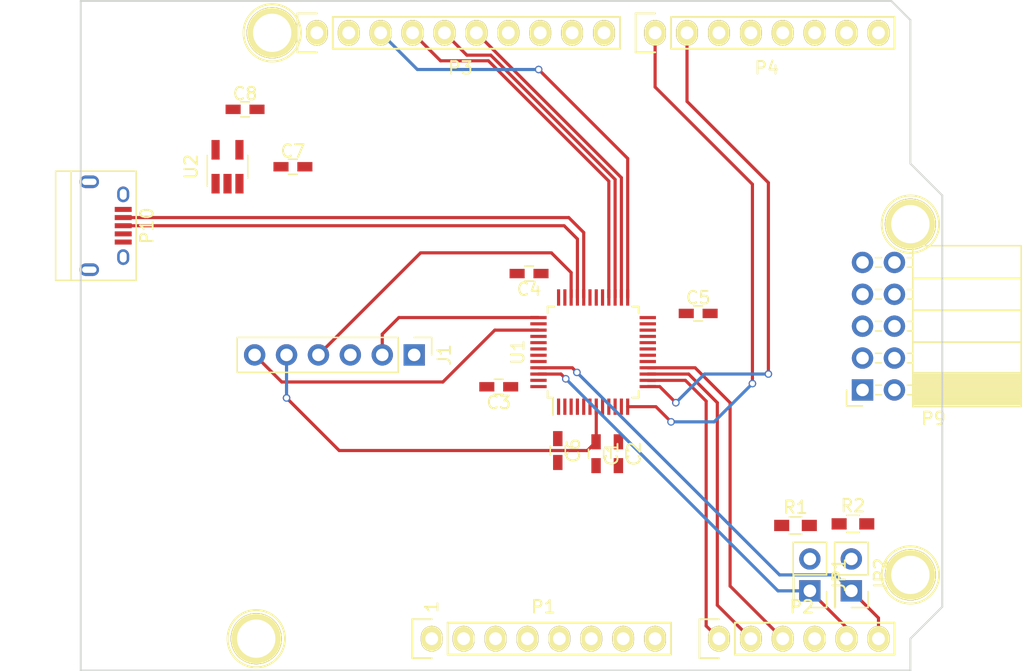
<source format=kicad_pcb>
(kicad_pcb (version 4) (host pcbnew 4.0.6)

  (general
    (links 71)
    (no_connects 51)
    (area 110.922999 72.949999 179.653001 126.440001)
    (thickness 1.6)
    (drawings 27)
    (tracks 88)
    (zones 0)
    (modules 25)
    (nets 25)
  )

  (page A4)
  (title_block
    (title "libopencm3-test hardware")
    (date 2017-10-31)
    (rev 1)
  )

  (layers
    (0 F.Cu signal)
    (31 B.Cu signal)
    (32 B.Adhes user)
    (33 F.Adhes user)
    (34 B.Paste user)
    (35 F.Paste user)
    (36 B.SilkS user)
    (37 F.SilkS user)
    (38 B.Mask user)
    (39 F.Mask user)
    (40 Dwgs.User user)
    (41 Cmts.User user)
    (42 Eco1.User user)
    (43 Eco2.User user)
    (44 Edge.Cuts user)
    (45 Margin user)
    (46 B.CrtYd user)
    (47 F.CrtYd user)
    (48 B.Fab user)
    (49 F.Fab user)
  )

  (setup
    (last_trace_width 0.25)
    (trace_clearance 0.2)
    (zone_clearance 0.508)
    (zone_45_only no)
    (trace_min 0.2)
    (segment_width 0.15)
    (edge_width 0.15)
    (via_size 0.6)
    (via_drill 0.4)
    (via_min_size 0.4)
    (via_min_drill 0.3)
    (uvia_size 0.3)
    (uvia_drill 0.1)
    (uvias_allowed no)
    (uvia_min_size 0.2)
    (uvia_min_drill 0.1)
    (pcb_text_width 0.3)
    (pcb_text_size 1.5 1.5)
    (mod_edge_width 0.15)
    (mod_text_size 1 1)
    (mod_text_width 0.15)
    (pad_size 4.064 4.064)
    (pad_drill 3.048)
    (pad_to_mask_clearance 0)
    (aux_axis_origin 110.998 126.365)
    (grid_origin 110.998 126.365)
    (visible_elements FFFEFF7F)
    (pcbplotparams
      (layerselection 0x00030_80000001)
      (usegerberextensions false)
      (excludeedgelayer true)
      (linewidth 0.100000)
      (plotframeref false)
      (viasonmask false)
      (mode 1)
      (useauxorigin false)
      (hpglpennumber 1)
      (hpglpenspeed 20)
      (hpglpendiameter 15)
      (hpglpenoverlay 2)
      (psnegative false)
      (psa4output false)
      (plotreference true)
      (plotvalue true)
      (plotinvisibletext false)
      (padsonsilk false)
      (subtractmaskfromsilk false)
      (outputformat 1)
      (mirror false)
      (drillshape 1)
      (scaleselection 1)
      (outputdirectory ""))
  )

  (net 0 "")
  (net 1 +5V)
  (net 2 GND)
  (net 3 +3V3)
  (net 4 /NRST)
  (net 5 /ADC_IN1)
  (net 6 /I2C_SDA)
  (net 7 /I2C_SCL)
  (net 8 /SPI_CS)
  (net 9 /SPI_MOSI)
  (net 10 /SPI_MISO)
  (net 11 /SPI_SCK)
  (net 12 /USB_DM)
  (net 13 /USB_DP)
  (net 14 "Net-(P10-Pad6)")
  (net 15 /SWCLK)
  (net 16 /SWDIO)
  (net 17 /SWO)
  (net 18 /DAC1_OUT)
  (net 19 /DAC2_OUT)
  (net 20 /UART_TX_OUT)
  (net 21 /UART_RX_OUT)
  (net 22 "Net-(JP1-Pad2)")
  (net 23 "Net-(JP2-Pad2)")
  (net 24 /VLCD)

  (net_class Default "This is the default net class."
    (clearance 0.2)
    (trace_width 0.25)
    (via_dia 0.6)
    (via_drill 0.4)
    (uvia_dia 0.3)
    (uvia_drill 0.1)
    (add_net +3V3)
    (add_net +5V)
    (add_net /ADC_IN1)
    (add_net /DAC1_OUT)
    (add_net /DAC2_OUT)
    (add_net /I2C_SCL)
    (add_net /I2C_SDA)
    (add_net /NRST)
    (add_net /SPI_CS)
    (add_net /SPI_MISO)
    (add_net /SPI_MOSI)
    (add_net /SPI_SCK)
    (add_net /SWCLK)
    (add_net /SWDIO)
    (add_net /SWO)
    (add_net /UART_RX_OUT)
    (add_net /UART_TX_OUT)
    (add_net /USB_DM)
    (add_net /USB_DP)
    (add_net /VLCD)
    (add_net GND)
    (add_net "Net-(JP1-Pad2)")
    (add_net "Net-(JP2-Pad2)")
    (add_net "Net-(P10-Pad6)")
  )

  (module Socket_Arduino_Uno:Socket_Strip_Arduino_1x08 locked (layer F.Cu) (tedit 552168D2) (tstamp 551AF9EA)
    (at 138.938 123.825)
    (descr "Through hole socket strip")
    (tags "socket strip")
    (path /56D70129)
    (fp_text reference P1 (at 8.89 -2.54) (layer F.SilkS)
      (effects (font (size 1 1) (thickness 0.15)))
    )
    (fp_text value Power (at 8.89 -4.064) (layer F.Fab)
      (effects (font (size 1 1) (thickness 0.15)))
    )
    (fp_line (start -1.75 -1.75) (end -1.75 1.75) (layer F.CrtYd) (width 0.05))
    (fp_line (start 19.55 -1.75) (end 19.55 1.75) (layer F.CrtYd) (width 0.05))
    (fp_line (start -1.75 -1.75) (end 19.55 -1.75) (layer F.CrtYd) (width 0.05))
    (fp_line (start -1.75 1.75) (end 19.55 1.75) (layer F.CrtYd) (width 0.05))
    (fp_line (start 1.27 1.27) (end 19.05 1.27) (layer F.SilkS) (width 0.15))
    (fp_line (start 19.05 1.27) (end 19.05 -1.27) (layer F.SilkS) (width 0.15))
    (fp_line (start 19.05 -1.27) (end 1.27 -1.27) (layer F.SilkS) (width 0.15))
    (fp_line (start -1.55 1.55) (end 0 1.55) (layer F.SilkS) (width 0.15))
    (fp_line (start 1.27 1.27) (end 1.27 -1.27) (layer F.SilkS) (width 0.15))
    (fp_line (start 0 -1.55) (end -1.55 -1.55) (layer F.SilkS) (width 0.15))
    (fp_line (start -1.55 -1.55) (end -1.55 1.55) (layer F.SilkS) (width 0.15))
    (pad 1 thru_hole oval (at 0 0) (size 1.7272 2.032) (drill 1.016) (layers *.Cu *.Mask F.SilkS))
    (pad 2 thru_hole oval (at 2.54 0) (size 1.7272 2.032) (drill 1.016) (layers *.Cu *.Mask F.SilkS))
    (pad 3 thru_hole oval (at 5.08 0) (size 1.7272 2.032) (drill 1.016) (layers *.Cu *.Mask F.SilkS))
    (pad 4 thru_hole oval (at 7.62 0) (size 1.7272 2.032) (drill 1.016) (layers *.Cu *.Mask F.SilkS)
      (net 3 +3V3))
    (pad 5 thru_hole oval (at 10.16 0) (size 1.7272 2.032) (drill 1.016) (layers *.Cu *.Mask F.SilkS)
      (net 1 +5V))
    (pad 6 thru_hole oval (at 12.7 0) (size 1.7272 2.032) (drill 1.016) (layers *.Cu *.Mask F.SilkS)
      (net 2 GND))
    (pad 7 thru_hole oval (at 15.24 0) (size 1.7272 2.032) (drill 1.016) (layers *.Cu *.Mask F.SilkS)
      (net 2 GND))
    (pad 8 thru_hole oval (at 17.78 0) (size 1.7272 2.032) (drill 1.016) (layers *.Cu *.Mask F.SilkS))
    (model ${KIPRJMOD}/Socket_Arduino_Uno.3dshapes/Socket_header_Arduino_1x08.wrl
      (at (xyz 0.35 0 0))
      (scale (xyz 1 1 1))
      (rotate (xyz 0 0 180))
    )
  )

  (module Socket_Arduino_Uno:Socket_Strip_Arduino_1x06 locked (layer F.Cu) (tedit 552168D6) (tstamp 551AF9FF)
    (at 161.798 123.825)
    (descr "Through hole socket strip")
    (tags "socket strip")
    (path /56D70DD8)
    (fp_text reference P2 (at 6.604 -2.54) (layer F.SilkS)
      (effects (font (size 1 1) (thickness 0.15)))
    )
    (fp_text value Analog (at 6.604 -4.064) (layer F.Fab)
      (effects (font (size 1 1) (thickness 0.15)))
    )
    (fp_line (start -1.75 -1.75) (end -1.75 1.75) (layer F.CrtYd) (width 0.05))
    (fp_line (start 14.45 -1.75) (end 14.45 1.75) (layer F.CrtYd) (width 0.05))
    (fp_line (start -1.75 -1.75) (end 14.45 -1.75) (layer F.CrtYd) (width 0.05))
    (fp_line (start -1.75 1.75) (end 14.45 1.75) (layer F.CrtYd) (width 0.05))
    (fp_line (start 1.27 1.27) (end 13.97 1.27) (layer F.SilkS) (width 0.15))
    (fp_line (start 13.97 1.27) (end 13.97 -1.27) (layer F.SilkS) (width 0.15))
    (fp_line (start 13.97 -1.27) (end 1.27 -1.27) (layer F.SilkS) (width 0.15))
    (fp_line (start -1.55 1.55) (end 0 1.55) (layer F.SilkS) (width 0.15))
    (fp_line (start 1.27 1.27) (end 1.27 -1.27) (layer F.SilkS) (width 0.15))
    (fp_line (start 0 -1.55) (end -1.55 -1.55) (layer F.SilkS) (width 0.15))
    (fp_line (start -1.55 -1.55) (end -1.55 1.55) (layer F.SilkS) (width 0.15))
    (pad 1 thru_hole oval (at 0 0) (size 1.7272 2.032) (drill 1.016) (layers *.Cu *.Mask F.SilkS)
      (net 18 /DAC1_OUT))
    (pad 2 thru_hole oval (at 2.54 0) (size 1.7272 2.032) (drill 1.016) (layers *.Cu *.Mask F.SilkS)
      (net 19 /DAC2_OUT))
    (pad 3 thru_hole oval (at 5.08 0) (size 1.7272 2.032) (drill 1.016) (layers *.Cu *.Mask F.SilkS)
      (net 5 /ADC_IN1))
    (pad 4 thru_hole oval (at 7.62 0) (size 1.7272 2.032) (drill 1.016) (layers *.Cu *.Mask F.SilkS))
    (pad 5 thru_hole oval (at 10.16 0) (size 1.7272 2.032) (drill 1.016) (layers *.Cu *.Mask F.SilkS)
      (net 6 /I2C_SDA))
    (pad 6 thru_hole oval (at 12.7 0) (size 1.7272 2.032) (drill 1.016) (layers *.Cu *.Mask F.SilkS)
      (net 7 /I2C_SCL))
    (model ${KIPRJMOD}/Socket_Arduino_Uno.3dshapes/Socket_header_Arduino_1x06.wrl
      (at (xyz 0.25 0 0))
      (scale (xyz 1 1 1))
      (rotate (xyz 0 0 180))
    )
  )

  (module Socket_Arduino_Uno:Socket_Strip_Arduino_1x10 locked (layer F.Cu) (tedit 552168BF) (tstamp 551AFA18)
    (at 129.794 75.565)
    (descr "Through hole socket strip")
    (tags "socket strip")
    (path /56D721E0)
    (fp_text reference P3 (at 11.43 2.794) (layer F.SilkS)
      (effects (font (size 1 1) (thickness 0.15)))
    )
    (fp_text value Digital (at 11.43 4.318) (layer F.Fab)
      (effects (font (size 1 1) (thickness 0.15)))
    )
    (fp_line (start -1.75 -1.75) (end -1.75 1.75) (layer F.CrtYd) (width 0.05))
    (fp_line (start 24.65 -1.75) (end 24.65 1.75) (layer F.CrtYd) (width 0.05))
    (fp_line (start -1.75 -1.75) (end 24.65 -1.75) (layer F.CrtYd) (width 0.05))
    (fp_line (start -1.75 1.75) (end 24.65 1.75) (layer F.CrtYd) (width 0.05))
    (fp_line (start 1.27 1.27) (end 24.13 1.27) (layer F.SilkS) (width 0.15))
    (fp_line (start 24.13 1.27) (end 24.13 -1.27) (layer F.SilkS) (width 0.15))
    (fp_line (start 24.13 -1.27) (end 1.27 -1.27) (layer F.SilkS) (width 0.15))
    (fp_line (start -1.55 1.55) (end 0 1.55) (layer F.SilkS) (width 0.15))
    (fp_line (start 1.27 1.27) (end 1.27 -1.27) (layer F.SilkS) (width 0.15))
    (fp_line (start 0 -1.55) (end -1.55 -1.55) (layer F.SilkS) (width 0.15))
    (fp_line (start -1.55 -1.55) (end -1.55 1.55) (layer F.SilkS) (width 0.15))
    (pad 1 thru_hole oval (at 0 0) (size 1.7272 2.032) (drill 1.016) (layers *.Cu *.Mask F.SilkS))
    (pad 2 thru_hole oval (at 2.54 0) (size 1.7272 2.032) (drill 1.016) (layers *.Cu *.Mask F.SilkS))
    (pad 3 thru_hole oval (at 5.08 0) (size 1.7272 2.032) (drill 1.016) (layers *.Cu *.Mask F.SilkS)
      (net 8 /SPI_CS))
    (pad 4 thru_hole oval (at 7.62 0) (size 1.7272 2.032) (drill 1.016) (layers *.Cu *.Mask F.SilkS)
      (net 9 /SPI_MOSI))
    (pad 5 thru_hole oval (at 10.16 0) (size 1.7272 2.032) (drill 1.016) (layers *.Cu *.Mask F.SilkS)
      (net 10 /SPI_MISO))
    (pad 6 thru_hole oval (at 12.7 0) (size 1.7272 2.032) (drill 1.016) (layers *.Cu *.Mask F.SilkS)
      (net 11 /SPI_SCK))
    (pad 7 thru_hole oval (at 15.24 0) (size 1.7272 2.032) (drill 1.016) (layers *.Cu *.Mask F.SilkS)
      (net 2 GND))
    (pad 8 thru_hole oval (at 17.78 0) (size 1.7272 2.032) (drill 1.016) (layers *.Cu *.Mask F.SilkS))
    (pad 9 thru_hole oval (at 20.32 0) (size 1.7272 2.032) (drill 1.016) (layers *.Cu *.Mask F.SilkS)
      (net 6 /I2C_SDA))
    (pad 10 thru_hole oval (at 22.86 0) (size 1.7272 2.032) (drill 1.016) (layers *.Cu *.Mask F.SilkS)
      (net 7 /I2C_SCL))
    (model ${KIPRJMOD}/Socket_Arduino_Uno.3dshapes/Socket_header_Arduino_1x10.wrl
      (at (xyz 0.45 0 0))
      (scale (xyz 1 1 1))
      (rotate (xyz 0 0 180))
    )
  )

  (module Socket_Arduino_Uno:Socket_Strip_Arduino_1x08 locked (layer F.Cu) (tedit 552168C7) (tstamp 551AFA2F)
    (at 156.718 75.565)
    (descr "Through hole socket strip")
    (tags "socket strip")
    (path /56D7164F)
    (fp_text reference P4 (at 8.89 2.794) (layer F.SilkS)
      (effects (font (size 1 1) (thickness 0.15)))
    )
    (fp_text value Digital (at 8.89 4.318) (layer F.Fab)
      (effects (font (size 1 1) (thickness 0.15)))
    )
    (fp_line (start -1.75 -1.75) (end -1.75 1.75) (layer F.CrtYd) (width 0.05))
    (fp_line (start 19.55 -1.75) (end 19.55 1.75) (layer F.CrtYd) (width 0.05))
    (fp_line (start -1.75 -1.75) (end 19.55 -1.75) (layer F.CrtYd) (width 0.05))
    (fp_line (start -1.75 1.75) (end 19.55 1.75) (layer F.CrtYd) (width 0.05))
    (fp_line (start 1.27 1.27) (end 19.05 1.27) (layer F.SilkS) (width 0.15))
    (fp_line (start 19.05 1.27) (end 19.05 -1.27) (layer F.SilkS) (width 0.15))
    (fp_line (start 19.05 -1.27) (end 1.27 -1.27) (layer F.SilkS) (width 0.15))
    (fp_line (start -1.55 1.55) (end 0 1.55) (layer F.SilkS) (width 0.15))
    (fp_line (start 1.27 1.27) (end 1.27 -1.27) (layer F.SilkS) (width 0.15))
    (fp_line (start 0 -1.55) (end -1.55 -1.55) (layer F.SilkS) (width 0.15))
    (fp_line (start -1.55 -1.55) (end -1.55 1.55) (layer F.SilkS) (width 0.15))
    (pad 1 thru_hole oval (at 0 0) (size 1.7272 2.032) (drill 1.016) (layers *.Cu *.Mask F.SilkS)
      (net 20 /UART_TX_OUT))
    (pad 2 thru_hole oval (at 2.54 0) (size 1.7272 2.032) (drill 1.016) (layers *.Cu *.Mask F.SilkS)
      (net 21 /UART_RX_OUT))
    (pad 3 thru_hole oval (at 5.08 0) (size 1.7272 2.032) (drill 1.016) (layers *.Cu *.Mask F.SilkS))
    (pad 4 thru_hole oval (at 7.62 0) (size 1.7272 2.032) (drill 1.016) (layers *.Cu *.Mask F.SilkS))
    (pad 5 thru_hole oval (at 10.16 0) (size 1.7272 2.032) (drill 1.016) (layers *.Cu *.Mask F.SilkS))
    (pad 6 thru_hole oval (at 12.7 0) (size 1.7272 2.032) (drill 1.016) (layers *.Cu *.Mask F.SilkS))
    (pad 7 thru_hole oval (at 15.24 0) (size 1.7272 2.032) (drill 1.016) (layers *.Cu *.Mask F.SilkS))
    (pad 8 thru_hole oval (at 17.78 0) (size 1.7272 2.032) (drill 1.016) (layers *.Cu *.Mask F.SilkS))
    (model ${KIPRJMOD}/Socket_Arduino_Uno.3dshapes/Socket_header_Arduino_1x08.wrl
      (at (xyz 0.35 0 0))
      (scale (xyz 1 1 1))
      (rotate (xyz 0 0 180))
    )
  )

  (module Socket_Arduino_Uno:Arduino_1pin locked (layer F.Cu) (tedit 5524FC39) (tstamp 5524FC3F)
    (at 124.968 123.825)
    (descr "module 1 pin (ou trou mecanique de percage)")
    (tags DEV)
    (path /56D71177)
    (fp_text reference P5 (at 0 -3.048) (layer F.SilkS) hide
      (effects (font (size 1 1) (thickness 0.15)))
    )
    (fp_text value CONN_01X01 (at 0 2.794) (layer F.Fab) hide
      (effects (font (size 1 1) (thickness 0.15)))
    )
    (fp_circle (center 0 0) (end 0 -2.286) (layer F.SilkS) (width 0.15))
    (pad 1 thru_hole circle (at 0 0) (size 4.064 4.064) (drill 3.048) (layers *.Cu *.Mask F.SilkS))
  )

  (module Socket_Arduino_Uno:Arduino_1pin locked (layer F.Cu) (tedit 5524FC4A) (tstamp 5524FC44)
    (at 177.038 118.745)
    (descr "module 1 pin (ou trou mecanique de percage)")
    (tags DEV)
    (path /56D71274)
    (fp_text reference P6 (at 0 -3.048) (layer F.SilkS) hide
      (effects (font (size 1 1) (thickness 0.15)))
    )
    (fp_text value CONN_01X01 (at 0 2.794) (layer F.Fab) hide
      (effects (font (size 1 1) (thickness 0.15)))
    )
    (fp_circle (center 0 0) (end 0 -2.286) (layer F.SilkS) (width 0.15))
    (pad 1 thru_hole circle (at 0 0) (size 4.064 4.064) (drill 3.048) (layers *.Cu *.Mask F.SilkS))
  )

  (module Socket_Arduino_Uno:Arduino_1pin locked (layer F.Cu) (tedit 5524FC2F) (tstamp 5524FC49)
    (at 126.238 75.565)
    (descr "module 1 pin (ou trou mecanique de percage)")
    (tags DEV)
    (path /56D712A8)
    (fp_text reference P7 (at 0 -3.048) (layer F.SilkS) hide
      (effects (font (size 1 1) (thickness 0.15)))
    )
    (fp_text value CONN_01X01 (at 0 2.794) (layer F.Fab) hide
      (effects (font (size 1 1) (thickness 0.15)))
    )
    (fp_circle (center 0 0) (end 0 -2.286) (layer F.SilkS) (width 0.15))
    (pad 1 thru_hole circle (at 0 0) (size 4.064 4.064) (drill 3.048) (layers *.Cu *.Mask F.SilkS))
  )

  (module Socket_Arduino_Uno:Arduino_1pin locked (layer F.Cu) (tedit 5524FC41) (tstamp 5524FC4E)
    (at 177.038 90.805)
    (descr "module 1 pin (ou trou mecanique de percage)")
    (tags DEV)
    (path /56D712DB)
    (fp_text reference P8 (at 0 -3.048) (layer F.SilkS) hide
      (effects (font (size 1 1) (thickness 0.15)))
    )
    (fp_text value CONN_01X01 (at 0 2.794) (layer F.Fab) hide
      (effects (font (size 1 1) (thickness 0.15)))
    )
    (fp_circle (center 0 0) (end 0 -2.286) (layer F.SilkS) (width 0.15))
    (pad 1 thru_hole circle (at 0 0) (size 4.064 4.064) (drill 3.048) (layers *.Cu *.Mask F.SilkS))
  )

  (module Capacitors_SMD:C_0603_HandSoldering (layer F.Cu) (tedit 58AA848B) (tstamp 59F7BF21)
    (at 152.019 109.093 270)
    (descr "Capacitor SMD 0603, hand soldering")
    (tags "capacitor 0603")
    (path /58CF4B65)
    (attr smd)
    (fp_text reference C1 (at 0 -1.25 270) (layer F.SilkS)
      (effects (font (size 1 1) (thickness 0.15)))
    )
    (fp_text value 100n (at 0 1.5 270) (layer F.Fab)
      (effects (font (size 1 1) (thickness 0.15)))
    )
    (fp_text user %R (at 0 -1.25 270) (layer F.Fab)
      (effects (font (size 1 1) (thickness 0.15)))
    )
    (fp_line (start -0.8 0.4) (end -0.8 -0.4) (layer F.Fab) (width 0.1))
    (fp_line (start 0.8 0.4) (end -0.8 0.4) (layer F.Fab) (width 0.1))
    (fp_line (start 0.8 -0.4) (end 0.8 0.4) (layer F.Fab) (width 0.1))
    (fp_line (start -0.8 -0.4) (end 0.8 -0.4) (layer F.Fab) (width 0.1))
    (fp_line (start -0.35 -0.6) (end 0.35 -0.6) (layer F.SilkS) (width 0.12))
    (fp_line (start 0.35 0.6) (end -0.35 0.6) (layer F.SilkS) (width 0.12))
    (fp_line (start -1.8 -0.65) (end 1.8 -0.65) (layer F.CrtYd) (width 0.05))
    (fp_line (start -1.8 -0.65) (end -1.8 0.65) (layer F.CrtYd) (width 0.05))
    (fp_line (start 1.8 0.65) (end 1.8 -0.65) (layer F.CrtYd) (width 0.05))
    (fp_line (start 1.8 0.65) (end -1.8 0.65) (layer F.CrtYd) (width 0.05))
    (pad 1 smd rect (at -0.95 0 270) (size 1.2 0.75) (layers F.Cu F.Paste F.Mask)
      (net 4 /NRST))
    (pad 2 smd rect (at 0.95 0 270) (size 1.2 0.75) (layers F.Cu F.Paste F.Mask)
      (net 2 GND))
    (model Capacitors_SMD.3dshapes/C_0603.wrl
      (at (xyz 0 0 0))
      (scale (xyz 1 1 1))
      (rotate (xyz 0 0 0))
    )
  )

  (module Capacitors_SMD:C_0603_HandSoldering (layer F.Cu) (tedit 58AA848B) (tstamp 59F7BF27)
    (at 153.797 109.093 270)
    (descr "Capacitor SMD 0603, hand soldering")
    (tags "capacitor 0603")
    (path /58CF43FF)
    (attr smd)
    (fp_text reference C2 (at 0 -1.25 270) (layer F.SilkS)
      (effects (font (size 1 1) (thickness 0.15)))
    )
    (fp_text value 100n (at 0 1.5 270) (layer F.Fab)
      (effects (font (size 1 1) (thickness 0.15)))
    )
    (fp_text user %R (at 0 -1.25 270) (layer F.Fab)
      (effects (font (size 1 1) (thickness 0.15)))
    )
    (fp_line (start -0.8 0.4) (end -0.8 -0.4) (layer F.Fab) (width 0.1))
    (fp_line (start 0.8 0.4) (end -0.8 0.4) (layer F.Fab) (width 0.1))
    (fp_line (start 0.8 -0.4) (end 0.8 0.4) (layer F.Fab) (width 0.1))
    (fp_line (start -0.8 -0.4) (end 0.8 -0.4) (layer F.Fab) (width 0.1))
    (fp_line (start -0.35 -0.6) (end 0.35 -0.6) (layer F.SilkS) (width 0.12))
    (fp_line (start 0.35 0.6) (end -0.35 0.6) (layer F.SilkS) (width 0.12))
    (fp_line (start -1.8 -0.65) (end 1.8 -0.65) (layer F.CrtYd) (width 0.05))
    (fp_line (start -1.8 -0.65) (end -1.8 0.65) (layer F.CrtYd) (width 0.05))
    (fp_line (start 1.8 0.65) (end 1.8 -0.65) (layer F.CrtYd) (width 0.05))
    (fp_line (start 1.8 0.65) (end -1.8 0.65) (layer F.CrtYd) (width 0.05))
    (pad 1 smd rect (at -0.95 0 270) (size 1.2 0.75) (layers F.Cu F.Paste F.Mask)
      (net 3 +3V3))
    (pad 2 smd rect (at 0.95 0 270) (size 1.2 0.75) (layers F.Cu F.Paste F.Mask)
      (net 2 GND))
    (model Capacitors_SMD.3dshapes/C_0603.wrl
      (at (xyz 0 0 0))
      (scale (xyz 1 1 1))
      (rotate (xyz 0 0 0))
    )
  )

  (module Capacitors_SMD:C_0603_HandSoldering (layer F.Cu) (tedit 58AA848B) (tstamp 59F7BF2D)
    (at 144.272 103.759 180)
    (descr "Capacitor SMD 0603, hand soldering")
    (tags "capacitor 0603")
    (path /58CF69A9)
    (attr smd)
    (fp_text reference C3 (at 0 -1.25 180) (layer F.SilkS)
      (effects (font (size 1 1) (thickness 0.15)))
    )
    (fp_text value 100n (at 0 1.5 180) (layer F.Fab)
      (effects (font (size 1 1) (thickness 0.15)))
    )
    (fp_text user %R (at 0 -1.25 180) (layer F.Fab)
      (effects (font (size 1 1) (thickness 0.15)))
    )
    (fp_line (start -0.8 0.4) (end -0.8 -0.4) (layer F.Fab) (width 0.1))
    (fp_line (start 0.8 0.4) (end -0.8 0.4) (layer F.Fab) (width 0.1))
    (fp_line (start 0.8 -0.4) (end 0.8 0.4) (layer F.Fab) (width 0.1))
    (fp_line (start -0.8 -0.4) (end 0.8 -0.4) (layer F.Fab) (width 0.1))
    (fp_line (start -0.35 -0.6) (end 0.35 -0.6) (layer F.SilkS) (width 0.12))
    (fp_line (start 0.35 0.6) (end -0.35 0.6) (layer F.SilkS) (width 0.12))
    (fp_line (start -1.8 -0.65) (end 1.8 -0.65) (layer F.CrtYd) (width 0.05))
    (fp_line (start -1.8 -0.65) (end -1.8 0.65) (layer F.CrtYd) (width 0.05))
    (fp_line (start 1.8 0.65) (end 1.8 -0.65) (layer F.CrtYd) (width 0.05))
    (fp_line (start 1.8 0.65) (end -1.8 0.65) (layer F.CrtYd) (width 0.05))
    (pad 1 smd rect (at -0.95 0 180) (size 1.2 0.75) (layers F.Cu F.Paste F.Mask)
      (net 3 +3V3))
    (pad 2 smd rect (at 0.95 0 180) (size 1.2 0.75) (layers F.Cu F.Paste F.Mask)
      (net 2 GND))
    (model Capacitors_SMD.3dshapes/C_0603.wrl
      (at (xyz 0 0 0))
      (scale (xyz 1 1 1))
      (rotate (xyz 0 0 0))
    )
  )

  (module Capacitors_SMD:C_0603_HandSoldering (layer F.Cu) (tedit 58AA848B) (tstamp 59F7BF33)
    (at 146.685 94.742 180)
    (descr "Capacitor SMD 0603, hand soldering")
    (tags "capacitor 0603")
    (path /58CF69F1)
    (attr smd)
    (fp_text reference C4 (at 0 -1.25 180) (layer F.SilkS)
      (effects (font (size 1 1) (thickness 0.15)))
    )
    (fp_text value 100n (at 0 1.5 180) (layer F.Fab)
      (effects (font (size 1 1) (thickness 0.15)))
    )
    (fp_text user %R (at 0 -1.25 180) (layer F.Fab)
      (effects (font (size 1 1) (thickness 0.15)))
    )
    (fp_line (start -0.8 0.4) (end -0.8 -0.4) (layer F.Fab) (width 0.1))
    (fp_line (start 0.8 0.4) (end -0.8 0.4) (layer F.Fab) (width 0.1))
    (fp_line (start 0.8 -0.4) (end 0.8 0.4) (layer F.Fab) (width 0.1))
    (fp_line (start -0.8 -0.4) (end 0.8 -0.4) (layer F.Fab) (width 0.1))
    (fp_line (start -0.35 -0.6) (end 0.35 -0.6) (layer F.SilkS) (width 0.12))
    (fp_line (start 0.35 0.6) (end -0.35 0.6) (layer F.SilkS) (width 0.12))
    (fp_line (start -1.8 -0.65) (end 1.8 -0.65) (layer F.CrtYd) (width 0.05))
    (fp_line (start -1.8 -0.65) (end -1.8 0.65) (layer F.CrtYd) (width 0.05))
    (fp_line (start 1.8 0.65) (end 1.8 -0.65) (layer F.CrtYd) (width 0.05))
    (fp_line (start 1.8 0.65) (end -1.8 0.65) (layer F.CrtYd) (width 0.05))
    (pad 1 smd rect (at -0.95 0 180) (size 1.2 0.75) (layers F.Cu F.Paste F.Mask)
      (net 3 +3V3))
    (pad 2 smd rect (at 0.95 0 180) (size 1.2 0.75) (layers F.Cu F.Paste F.Mask)
      (net 2 GND))
    (model Capacitors_SMD.3dshapes/C_0603.wrl
      (at (xyz 0 0 0))
      (scale (xyz 1 1 1))
      (rotate (xyz 0 0 0))
    )
  )

  (module Capacitors_SMD:C_0603_HandSoldering (layer F.Cu) (tedit 58AA848B) (tstamp 59F7BF39)
    (at 160.147 97.917)
    (descr "Capacitor SMD 0603, hand soldering")
    (tags "capacitor 0603")
    (path /58CF6A3A)
    (attr smd)
    (fp_text reference C5 (at 0 -1.25) (layer F.SilkS)
      (effects (font (size 1 1) (thickness 0.15)))
    )
    (fp_text value 100n (at 0 1.5) (layer F.Fab)
      (effects (font (size 1 1) (thickness 0.15)))
    )
    (fp_text user %R (at 0 -1.25) (layer F.Fab)
      (effects (font (size 1 1) (thickness 0.15)))
    )
    (fp_line (start -0.8 0.4) (end -0.8 -0.4) (layer F.Fab) (width 0.1))
    (fp_line (start 0.8 0.4) (end -0.8 0.4) (layer F.Fab) (width 0.1))
    (fp_line (start 0.8 -0.4) (end 0.8 0.4) (layer F.Fab) (width 0.1))
    (fp_line (start -0.8 -0.4) (end 0.8 -0.4) (layer F.Fab) (width 0.1))
    (fp_line (start -0.35 -0.6) (end 0.35 -0.6) (layer F.SilkS) (width 0.12))
    (fp_line (start 0.35 0.6) (end -0.35 0.6) (layer F.SilkS) (width 0.12))
    (fp_line (start -1.8 -0.65) (end 1.8 -0.65) (layer F.CrtYd) (width 0.05))
    (fp_line (start -1.8 -0.65) (end -1.8 0.65) (layer F.CrtYd) (width 0.05))
    (fp_line (start 1.8 0.65) (end 1.8 -0.65) (layer F.CrtYd) (width 0.05))
    (fp_line (start 1.8 0.65) (end -1.8 0.65) (layer F.CrtYd) (width 0.05))
    (pad 1 smd rect (at -0.95 0) (size 1.2 0.75) (layers F.Cu F.Paste F.Mask)
      (net 3 +3V3))
    (pad 2 smd rect (at 0.95 0) (size 1.2 0.75) (layers F.Cu F.Paste F.Mask)
      (net 2 GND))
    (model Capacitors_SMD.3dshapes/C_0603.wrl
      (at (xyz 0 0 0))
      (scale (xyz 1 1 1))
      (rotate (xyz 0 0 0))
    )
  )

  (module Connectors:USB_Micro-B (layer F.Cu) (tedit 5543E447) (tstamp 59F7BF54)
    (at 113.03 90.932 270)
    (descr "Micro USB Type B Receptacle")
    (tags "USB USB_B USB_micro USB_OTG")
    (path /58CF10AD)
    (attr smd)
    (fp_text reference P10 (at 0 -3.24 270) (layer F.SilkS)
      (effects (font (size 1 1) (thickness 0.15)))
    )
    (fp_text value CONTROL (at 0 5.01 270) (layer F.Fab)
      (effects (font (size 1 1) (thickness 0.15)))
    )
    (fp_line (start -4.6 -2.59) (end 4.6 -2.59) (layer F.CrtYd) (width 0.05))
    (fp_line (start 4.6 -2.59) (end 4.6 4.26) (layer F.CrtYd) (width 0.05))
    (fp_line (start 4.6 4.26) (end -4.6 4.26) (layer F.CrtYd) (width 0.05))
    (fp_line (start -4.6 4.26) (end -4.6 -2.59) (layer F.CrtYd) (width 0.05))
    (fp_line (start -4.35 4.03) (end 4.35 4.03) (layer F.SilkS) (width 0.12))
    (fp_line (start -4.35 -2.38) (end 4.35 -2.38) (layer F.SilkS) (width 0.12))
    (fp_line (start 4.35 -2.38) (end 4.35 4.03) (layer F.SilkS) (width 0.12))
    (fp_line (start 4.35 2.8) (end -4.35 2.8) (layer F.SilkS) (width 0.12))
    (fp_line (start -4.35 4.03) (end -4.35 -2.38) (layer F.SilkS) (width 0.12))
    (pad 1 smd rect (at -1.3 -1.35) (size 1.35 0.4) (layers F.Cu F.Paste F.Mask)
      (net 1 +5V))
    (pad 2 smd rect (at -0.65 -1.35) (size 1.35 0.4) (layers F.Cu F.Paste F.Mask)
      (net 12 /USB_DM))
    (pad 3 smd rect (at 0 -1.35) (size 1.35 0.4) (layers F.Cu F.Paste F.Mask)
      (net 13 /USB_DP))
    (pad 4 smd rect (at 0.65 -1.35) (size 1.35 0.4) (layers F.Cu F.Paste F.Mask))
    (pad 5 smd rect (at 1.3 -1.35) (size 1.35 0.4) (layers F.Cu F.Paste F.Mask)
      (net 2 GND))
    (pad 6 thru_hole oval (at -2.5 -1.35) (size 0.95 1.25) (drill oval 0.55 0.85) (layers *.Cu *.Mask)
      (net 14 "Net-(P10-Pad6)"))
    (pad 6 thru_hole oval (at 2.5 -1.35) (size 0.95 1.25) (drill oval 0.55 0.85) (layers *.Cu *.Mask)
      (net 14 "Net-(P10-Pad6)"))
    (pad 6 thru_hole oval (at -3.5 1.35) (size 1.55 1) (drill oval 1.15 0.5) (layers *.Cu *.Mask)
      (net 14 "Net-(P10-Pad6)"))
    (pad 6 thru_hole oval (at 3.5 1.35) (size 1.55 1) (drill oval 1.15 0.5) (layers *.Cu *.Mask)
      (net 14 "Net-(P10-Pad6)"))
  )

  (module Pin_Headers:Pin_Header_Straight_1x06_Pitch2.54mm (layer F.Cu) (tedit 5862ED52) (tstamp 59F7C0DF)
    (at 137.541 101.219 270)
    (descr "Through hole straight pin header, 1x06, 2.54mm pitch, single row")
    (tags "Through hole pin header THT 1x06 2.54mm single row")
    (path /59F7E088)
    (fp_text reference J1 (at 0 -2.39 270) (layer F.SilkS)
      (effects (font (size 1 1) (thickness 0.15)))
    )
    (fp_text value CONN_01X06 (at 0 15.09 270) (layer F.Fab)
      (effects (font (size 1 1) (thickness 0.15)))
    )
    (fp_line (start -1.27 -1.27) (end -1.27 13.97) (layer F.Fab) (width 0.1))
    (fp_line (start -1.27 13.97) (end 1.27 13.97) (layer F.Fab) (width 0.1))
    (fp_line (start 1.27 13.97) (end 1.27 -1.27) (layer F.Fab) (width 0.1))
    (fp_line (start 1.27 -1.27) (end -1.27 -1.27) (layer F.Fab) (width 0.1))
    (fp_line (start -1.39 1.27) (end -1.39 14.09) (layer F.SilkS) (width 0.12))
    (fp_line (start -1.39 14.09) (end 1.39 14.09) (layer F.SilkS) (width 0.12))
    (fp_line (start 1.39 14.09) (end 1.39 1.27) (layer F.SilkS) (width 0.12))
    (fp_line (start 1.39 1.27) (end -1.39 1.27) (layer F.SilkS) (width 0.12))
    (fp_line (start -1.39 0) (end -1.39 -1.39) (layer F.SilkS) (width 0.12))
    (fp_line (start -1.39 -1.39) (end 0 -1.39) (layer F.SilkS) (width 0.12))
    (fp_line (start -1.6 -1.6) (end -1.6 14.3) (layer F.CrtYd) (width 0.05))
    (fp_line (start -1.6 14.3) (end 1.6 14.3) (layer F.CrtYd) (width 0.05))
    (fp_line (start 1.6 14.3) (end 1.6 -1.6) (layer F.CrtYd) (width 0.05))
    (fp_line (start 1.6 -1.6) (end -1.6 -1.6) (layer F.CrtYd) (width 0.05))
    (pad 1 thru_hole rect (at 0 0 270) (size 1.7 1.7) (drill 1) (layers *.Cu *.Mask)
      (net 3 +3V3))
    (pad 2 thru_hole oval (at 0 2.54 270) (size 1.7 1.7) (drill 1) (layers *.Cu *.Mask)
      (net 15 /SWCLK))
    (pad 3 thru_hole oval (at 0 5.08 270) (size 1.7 1.7) (drill 1) (layers *.Cu *.Mask)
      (net 2 GND))
    (pad 4 thru_hole oval (at 0 7.62 270) (size 1.7 1.7) (drill 1) (layers *.Cu *.Mask)
      (net 16 /SWDIO))
    (pad 5 thru_hole oval (at 0 10.16 270) (size 1.7 1.7) (drill 1) (layers *.Cu *.Mask)
      (net 4 /NRST))
    (pad 6 thru_hole oval (at 0 12.7 270) (size 1.7 1.7) (drill 1) (layers *.Cu *.Mask)
      (net 17 /SWO))
    (model Pin_Headers.3dshapes/Pin_Header_Straight_1x06_Pitch2.54mm.wrl
      (at (xyz 0 -0.25 0))
      (scale (xyz 1 1 1))
      (rotate (xyz 0 0 90))
    )
  )

  (module Housings_QFP:TQFP-48_7x7mm_Pitch0.5mm (layer F.Cu) (tedit 54130A77) (tstamp 59F7C113)
    (at 151.785 100.997 90)
    (descr "48 LEAD TQFP 7x7mm (see MICREL TQFP7x7-48LD-PL-1.pdf)")
    (tags "QFP 0.5")
    (path /58CEFE92)
    (attr smd)
    (fp_text reference U1 (at 0 -6 90) (layer F.SilkS)
      (effects (font (size 1 1) (thickness 0.15)))
    )
    (fp_text value STM32L151C6TxA (at 0 6 90) (layer F.Fab)
      (effects (font (size 1 1) (thickness 0.15)))
    )
    (fp_text user %R (at 0 0 90) (layer F.Fab)
      (effects (font (size 1 1) (thickness 0.15)))
    )
    (fp_line (start -2.5 -3.5) (end 3.5 -3.5) (layer F.Fab) (width 0.15))
    (fp_line (start 3.5 -3.5) (end 3.5 3.5) (layer F.Fab) (width 0.15))
    (fp_line (start 3.5 3.5) (end -3.5 3.5) (layer F.Fab) (width 0.15))
    (fp_line (start -3.5 3.5) (end -3.5 -2.5) (layer F.Fab) (width 0.15))
    (fp_line (start -3.5 -2.5) (end -2.5 -3.5) (layer F.Fab) (width 0.15))
    (fp_line (start -5.25 -5.25) (end -5.25 5.25) (layer F.CrtYd) (width 0.05))
    (fp_line (start 5.25 -5.25) (end 5.25 5.25) (layer F.CrtYd) (width 0.05))
    (fp_line (start -5.25 -5.25) (end 5.25 -5.25) (layer F.CrtYd) (width 0.05))
    (fp_line (start -5.25 5.25) (end 5.25 5.25) (layer F.CrtYd) (width 0.05))
    (fp_line (start -3.625 -3.625) (end -3.625 -3.2) (layer F.SilkS) (width 0.15))
    (fp_line (start 3.625 -3.625) (end 3.625 -3.1) (layer F.SilkS) (width 0.15))
    (fp_line (start 3.625 3.625) (end 3.625 3.1) (layer F.SilkS) (width 0.15))
    (fp_line (start -3.625 3.625) (end -3.625 3.1) (layer F.SilkS) (width 0.15))
    (fp_line (start -3.625 -3.625) (end -3.1 -3.625) (layer F.SilkS) (width 0.15))
    (fp_line (start -3.625 3.625) (end -3.1 3.625) (layer F.SilkS) (width 0.15))
    (fp_line (start 3.625 3.625) (end 3.1 3.625) (layer F.SilkS) (width 0.15))
    (fp_line (start 3.625 -3.625) (end 3.1 -3.625) (layer F.SilkS) (width 0.15))
    (fp_line (start -3.625 -3.2) (end -5 -3.2) (layer F.SilkS) (width 0.15))
    (pad 1 smd rect (at -4.35 -2.75 90) (size 1.3 0.25) (layers F.Cu F.Paste F.Mask)
      (net 24 /VLCD))
    (pad 2 smd rect (at -4.35 -2.25 90) (size 1.3 0.25) (layers F.Cu F.Paste F.Mask))
    (pad 3 smd rect (at -4.35 -1.75 90) (size 1.3 0.25) (layers F.Cu F.Paste F.Mask))
    (pad 4 smd rect (at -4.35 -1.25 90) (size 1.3 0.25) (layers F.Cu F.Paste F.Mask))
    (pad 5 smd rect (at -4.35 -0.75 90) (size 1.3 0.25) (layers F.Cu F.Paste F.Mask))
    (pad 6 smd rect (at -4.35 -0.25 90) (size 1.3 0.25) (layers F.Cu F.Paste F.Mask))
    (pad 7 smd rect (at -4.35 0.25 90) (size 1.3 0.25) (layers F.Cu F.Paste F.Mask)
      (net 4 /NRST))
    (pad 8 smd rect (at -4.35 0.75 90) (size 1.3 0.25) (layers F.Cu F.Paste F.Mask)
      (net 2 GND))
    (pad 9 smd rect (at -4.35 1.25 90) (size 1.3 0.25) (layers F.Cu F.Paste F.Mask)
      (net 3 +3V3))
    (pad 10 smd rect (at -4.35 1.75 90) (size 1.3 0.25) (layers F.Cu F.Paste F.Mask))
    (pad 11 smd rect (at -4.35 2.25 90) (size 1.3 0.25) (layers F.Cu F.Paste F.Mask))
    (pad 12 smd rect (at -4.35 2.75 90) (size 1.3 0.25) (layers F.Cu F.Paste F.Mask)
      (net 20 /UART_TX_OUT))
    (pad 13 smd rect (at -2.75 4.35 180) (size 1.3 0.25) (layers F.Cu F.Paste F.Mask)
      (net 21 /UART_RX_OUT))
    (pad 14 smd rect (at -2.25 4.35 180) (size 1.3 0.25) (layers F.Cu F.Paste F.Mask)
      (net 18 /DAC1_OUT))
    (pad 15 smd rect (at -1.75 4.35 180) (size 1.3 0.25) (layers F.Cu F.Paste F.Mask)
      (net 19 /DAC2_OUT))
    (pad 16 smd rect (at -1.25 4.35 180) (size 1.3 0.25) (layers F.Cu F.Paste F.Mask)
      (net 5 /ADC_IN1))
    (pad 17 smd rect (at -0.75 4.35 180) (size 1.3 0.25) (layers F.Cu F.Paste F.Mask))
    (pad 18 smd rect (at -0.25 4.35 180) (size 1.3 0.25) (layers F.Cu F.Paste F.Mask))
    (pad 19 smd rect (at 0.25 4.35 180) (size 1.3 0.25) (layers F.Cu F.Paste F.Mask))
    (pad 20 smd rect (at 0.75 4.35 180) (size 1.3 0.25) (layers F.Cu F.Paste F.Mask))
    (pad 21 smd rect (at 1.25 4.35 180) (size 1.3 0.25) (layers F.Cu F.Paste F.Mask))
    (pad 22 smd rect (at 1.75 4.35 180) (size 1.3 0.25) (layers F.Cu F.Paste F.Mask))
    (pad 23 smd rect (at 2.25 4.35 180) (size 1.3 0.25) (layers F.Cu F.Paste F.Mask)
      (net 2 GND))
    (pad 24 smd rect (at 2.75 4.35 180) (size 1.3 0.25) (layers F.Cu F.Paste F.Mask)
      (net 3 +3V3))
    (pad 25 smd rect (at 4.35 2.75 90) (size 1.3 0.25) (layers F.Cu F.Paste F.Mask)
      (net 8 /SPI_CS))
    (pad 26 smd rect (at 4.35 2.25 90) (size 1.3 0.25) (layers F.Cu F.Paste F.Mask)
      (net 11 /SPI_SCK))
    (pad 27 smd rect (at 4.35 1.75 90) (size 1.3 0.25) (layers F.Cu F.Paste F.Mask)
      (net 10 /SPI_MISO))
    (pad 28 smd rect (at 4.35 1.25 90) (size 1.3 0.25) (layers F.Cu F.Paste F.Mask)
      (net 9 /SPI_MOSI))
    (pad 29 smd rect (at 4.35 0.75 90) (size 1.3 0.25) (layers F.Cu F.Paste F.Mask))
    (pad 30 smd rect (at 4.35 0.25 90) (size 1.3 0.25) (layers F.Cu F.Paste F.Mask))
    (pad 31 smd rect (at 4.35 -0.25 90) (size 1.3 0.25) (layers F.Cu F.Paste F.Mask))
    (pad 32 smd rect (at 4.35 -0.75 90) (size 1.3 0.25) (layers F.Cu F.Paste F.Mask)
      (net 12 /USB_DM))
    (pad 33 smd rect (at 4.35 -1.25 90) (size 1.3 0.25) (layers F.Cu F.Paste F.Mask)
      (net 13 /USB_DP))
    (pad 34 smd rect (at 4.35 -1.75 90) (size 1.3 0.25) (layers F.Cu F.Paste F.Mask)
      (net 16 /SWDIO))
    (pad 35 smd rect (at 4.35 -2.25 90) (size 1.3 0.25) (layers F.Cu F.Paste F.Mask)
      (net 2 GND))
    (pad 36 smd rect (at 4.35 -2.75 90) (size 1.3 0.25) (layers F.Cu F.Paste F.Mask)
      (net 3 +3V3))
    (pad 37 smd rect (at 2.75 -4.35 180) (size 1.3 0.25) (layers F.Cu F.Paste F.Mask)
      (net 15 /SWCLK))
    (pad 38 smd rect (at 2.25 -4.35 180) (size 1.3 0.25) (layers F.Cu F.Paste F.Mask))
    (pad 39 smd rect (at 1.75 -4.35 180) (size 1.3 0.25) (layers F.Cu F.Paste F.Mask)
      (net 17 /SWO))
    (pad 40 smd rect (at 1.25 -4.35 180) (size 1.3 0.25) (layers F.Cu F.Paste F.Mask))
    (pad 41 smd rect (at 0.75 -4.35 180) (size 1.3 0.25) (layers F.Cu F.Paste F.Mask))
    (pad 42 smd rect (at 0.25 -4.35 180) (size 1.3 0.25) (layers F.Cu F.Paste F.Mask))
    (pad 43 smd rect (at -0.25 -4.35 180) (size 1.3 0.25) (layers F.Cu F.Paste F.Mask))
    (pad 44 smd rect (at -0.75 -4.35 180) (size 1.3 0.25) (layers F.Cu F.Paste F.Mask))
    (pad 45 smd rect (at -1.25 -4.35 180) (size 1.3 0.25) (layers F.Cu F.Paste F.Mask)
      (net 7 /I2C_SCL))
    (pad 46 smd rect (at -1.75 -4.35 180) (size 1.3 0.25) (layers F.Cu F.Paste F.Mask)
      (net 6 /I2C_SDA))
    (pad 47 smd rect (at -2.25 -4.35 180) (size 1.3 0.25) (layers F.Cu F.Paste F.Mask)
      (net 2 GND))
    (pad 48 smd rect (at -2.75 -4.35 180) (size 1.3 0.25) (layers F.Cu F.Paste F.Mask)
      (net 3 +3V3))
    (model Housings_QFP.3dshapes/TQFP-48_7x7mm_Pitch0.5mm.wrl
      (at (xyz 0 0 0))
      (scale (xyz 1 1 1))
      (rotate (xyz 0 0 0))
    )
  )

  (module Socket_Strips:Socket_Strip_Angled_2x05_Pitch2.54mm (layer F.Cu) (tedit 588DE958) (tstamp 5A0F5F85)
    (at 173.228 104.013 180)
    (descr "Through hole angled socket strip, 2x05, 2.54mm pitch, 8.51mm socket length, double rows")
    (tags "Through hole angled socket strip THT 2x05 2.54mm double row")
    (path /58CF048F)
    (fp_text reference P9 (at -5.65 -2.27 180) (layer F.SilkS)
      (effects (font (size 1 1) (thickness 0.15)))
    )
    (fp_text value FX2LA (at -5.65 12.43 180) (layer F.Fab)
      (effects (font (size 1 1) (thickness 0.15)))
    )
    (fp_line (start -4.06 -1.27) (end -4.06 1.27) (layer F.Fab) (width 0.1))
    (fp_line (start -4.06 1.27) (end -12.57 1.27) (layer F.Fab) (width 0.1))
    (fp_line (start -12.57 1.27) (end -12.57 -1.27) (layer F.Fab) (width 0.1))
    (fp_line (start -12.57 -1.27) (end -4.06 -1.27) (layer F.Fab) (width 0.1))
    (fp_line (start 0 -0.32) (end 0 0.32) (layer F.Fab) (width 0.1))
    (fp_line (start 0 0.32) (end -4.06 0.32) (layer F.Fab) (width 0.1))
    (fp_line (start -4.06 0.32) (end -4.06 -0.32) (layer F.Fab) (width 0.1))
    (fp_line (start -4.06 -0.32) (end 0 -0.32) (layer F.Fab) (width 0.1))
    (fp_line (start -4.06 1.27) (end -4.06 3.81) (layer F.Fab) (width 0.1))
    (fp_line (start -4.06 3.81) (end -12.57 3.81) (layer F.Fab) (width 0.1))
    (fp_line (start -12.57 3.81) (end -12.57 1.27) (layer F.Fab) (width 0.1))
    (fp_line (start -12.57 1.27) (end -4.06 1.27) (layer F.Fab) (width 0.1))
    (fp_line (start 0 2.22) (end 0 2.86) (layer F.Fab) (width 0.1))
    (fp_line (start 0 2.86) (end -4.06 2.86) (layer F.Fab) (width 0.1))
    (fp_line (start -4.06 2.86) (end -4.06 2.22) (layer F.Fab) (width 0.1))
    (fp_line (start -4.06 2.22) (end 0 2.22) (layer F.Fab) (width 0.1))
    (fp_line (start -4.06 3.81) (end -4.06 6.35) (layer F.Fab) (width 0.1))
    (fp_line (start -4.06 6.35) (end -12.57 6.35) (layer F.Fab) (width 0.1))
    (fp_line (start -12.57 6.35) (end -12.57 3.81) (layer F.Fab) (width 0.1))
    (fp_line (start -12.57 3.81) (end -4.06 3.81) (layer F.Fab) (width 0.1))
    (fp_line (start 0 4.76) (end 0 5.4) (layer F.Fab) (width 0.1))
    (fp_line (start 0 5.4) (end -4.06 5.4) (layer F.Fab) (width 0.1))
    (fp_line (start -4.06 5.4) (end -4.06 4.76) (layer F.Fab) (width 0.1))
    (fp_line (start -4.06 4.76) (end 0 4.76) (layer F.Fab) (width 0.1))
    (fp_line (start -4.06 6.35) (end -4.06 8.89) (layer F.Fab) (width 0.1))
    (fp_line (start -4.06 8.89) (end -12.57 8.89) (layer F.Fab) (width 0.1))
    (fp_line (start -12.57 8.89) (end -12.57 6.35) (layer F.Fab) (width 0.1))
    (fp_line (start -12.57 6.35) (end -4.06 6.35) (layer F.Fab) (width 0.1))
    (fp_line (start 0 7.3) (end 0 7.94) (layer F.Fab) (width 0.1))
    (fp_line (start 0 7.94) (end -4.06 7.94) (layer F.Fab) (width 0.1))
    (fp_line (start -4.06 7.94) (end -4.06 7.3) (layer F.Fab) (width 0.1))
    (fp_line (start -4.06 7.3) (end 0 7.3) (layer F.Fab) (width 0.1))
    (fp_line (start -4.06 8.89) (end -4.06 11.43) (layer F.Fab) (width 0.1))
    (fp_line (start -4.06 11.43) (end -12.57 11.43) (layer F.Fab) (width 0.1))
    (fp_line (start -12.57 11.43) (end -12.57 8.89) (layer F.Fab) (width 0.1))
    (fp_line (start -12.57 8.89) (end -4.06 8.89) (layer F.Fab) (width 0.1))
    (fp_line (start 0 9.84) (end 0 10.48) (layer F.Fab) (width 0.1))
    (fp_line (start 0 10.48) (end -4.06 10.48) (layer F.Fab) (width 0.1))
    (fp_line (start -4.06 10.48) (end -4.06 9.84) (layer F.Fab) (width 0.1))
    (fp_line (start -4.06 9.84) (end 0 9.84) (layer F.Fab) (width 0.1))
    (fp_line (start -4 -1.33) (end -4 1.27) (layer F.SilkS) (width 0.12))
    (fp_line (start -4 1.27) (end -12.63 1.27) (layer F.SilkS) (width 0.12))
    (fp_line (start -12.63 1.27) (end -12.63 -1.33) (layer F.SilkS) (width 0.12))
    (fp_line (start -12.63 -1.33) (end -4 -1.33) (layer F.SilkS) (width 0.12))
    (fp_line (start -3.57 -0.38) (end -4 -0.38) (layer F.SilkS) (width 0.12))
    (fp_line (start -3.57 0.38) (end -4 0.38) (layer F.SilkS) (width 0.12))
    (fp_line (start -1.03 -0.38) (end -1.51 -0.38) (layer F.SilkS) (width 0.12))
    (fp_line (start -1.03 0.38) (end -1.51 0.38) (layer F.SilkS) (width 0.12))
    (fp_line (start -4 -1.15) (end -12.63 -1.15) (layer F.SilkS) (width 0.12))
    (fp_line (start -4 -1.03) (end -12.63 -1.03) (layer F.SilkS) (width 0.12))
    (fp_line (start -4 -0.91) (end -12.63 -0.91) (layer F.SilkS) (width 0.12))
    (fp_line (start -4 -0.79) (end -12.63 -0.79) (layer F.SilkS) (width 0.12))
    (fp_line (start -4 -0.67) (end -12.63 -0.67) (layer F.SilkS) (width 0.12))
    (fp_line (start -4 -0.55) (end -12.63 -0.55) (layer F.SilkS) (width 0.12))
    (fp_line (start -4 -0.43) (end -12.63 -0.43) (layer F.SilkS) (width 0.12))
    (fp_line (start -4 -0.31) (end -12.63 -0.31) (layer F.SilkS) (width 0.12))
    (fp_line (start -4 -0.19) (end -12.63 -0.19) (layer F.SilkS) (width 0.12))
    (fp_line (start -4 -0.07) (end -12.63 -0.07) (layer F.SilkS) (width 0.12))
    (fp_line (start -4 0.05) (end -12.63 0.05) (layer F.SilkS) (width 0.12))
    (fp_line (start -4 0.17) (end -12.63 0.17) (layer F.SilkS) (width 0.12))
    (fp_line (start -4 0.29) (end -12.63 0.29) (layer F.SilkS) (width 0.12))
    (fp_line (start -4 0.41) (end -12.63 0.41) (layer F.SilkS) (width 0.12))
    (fp_line (start -4 0.53) (end -12.63 0.53) (layer F.SilkS) (width 0.12))
    (fp_line (start -4 0.65) (end -12.63 0.65) (layer F.SilkS) (width 0.12))
    (fp_line (start -4 0.77) (end -12.63 0.77) (layer F.SilkS) (width 0.12))
    (fp_line (start -4 0.89) (end -12.63 0.89) (layer F.SilkS) (width 0.12))
    (fp_line (start -4 1.01) (end -12.63 1.01) (layer F.SilkS) (width 0.12))
    (fp_line (start -4 1.13) (end -12.63 1.13) (layer F.SilkS) (width 0.12))
    (fp_line (start -4 1.25) (end -12.63 1.25) (layer F.SilkS) (width 0.12))
    (fp_line (start -4 1.37) (end -12.63 1.37) (layer F.SilkS) (width 0.12))
    (fp_line (start -4 1.27) (end -4 3.81) (layer F.SilkS) (width 0.12))
    (fp_line (start -4 3.81) (end -12.63 3.81) (layer F.SilkS) (width 0.12))
    (fp_line (start -12.63 3.81) (end -12.63 1.27) (layer F.SilkS) (width 0.12))
    (fp_line (start -12.63 1.27) (end -4 1.27) (layer F.SilkS) (width 0.12))
    (fp_line (start -3.57 2.16) (end -4 2.16) (layer F.SilkS) (width 0.12))
    (fp_line (start -3.57 2.92) (end -4 2.92) (layer F.SilkS) (width 0.12))
    (fp_line (start -1.03 2.16) (end -1.51 2.16) (layer F.SilkS) (width 0.12))
    (fp_line (start -1.03 2.92) (end -1.51 2.92) (layer F.SilkS) (width 0.12))
    (fp_line (start -4 3.81) (end -4 6.35) (layer F.SilkS) (width 0.12))
    (fp_line (start -4 6.35) (end -12.63 6.35) (layer F.SilkS) (width 0.12))
    (fp_line (start -12.63 6.35) (end -12.63 3.81) (layer F.SilkS) (width 0.12))
    (fp_line (start -12.63 3.81) (end -4 3.81) (layer F.SilkS) (width 0.12))
    (fp_line (start -3.57 4.7) (end -4 4.7) (layer F.SilkS) (width 0.12))
    (fp_line (start -3.57 5.46) (end -4 5.46) (layer F.SilkS) (width 0.12))
    (fp_line (start -1.03 4.7) (end -1.51 4.7) (layer F.SilkS) (width 0.12))
    (fp_line (start -1.03 5.46) (end -1.51 5.46) (layer F.SilkS) (width 0.12))
    (fp_line (start -4 6.35) (end -4 8.89) (layer F.SilkS) (width 0.12))
    (fp_line (start -4 8.89) (end -12.63 8.89) (layer F.SilkS) (width 0.12))
    (fp_line (start -12.63 8.89) (end -12.63 6.35) (layer F.SilkS) (width 0.12))
    (fp_line (start -12.63 6.35) (end -4 6.35) (layer F.SilkS) (width 0.12))
    (fp_line (start -3.57 7.24) (end -4 7.24) (layer F.SilkS) (width 0.12))
    (fp_line (start -3.57 8) (end -4 8) (layer F.SilkS) (width 0.12))
    (fp_line (start -1.03 7.24) (end -1.51 7.24) (layer F.SilkS) (width 0.12))
    (fp_line (start -1.03 8) (end -1.51 8) (layer F.SilkS) (width 0.12))
    (fp_line (start -4 8.89) (end -4 11.49) (layer F.SilkS) (width 0.12))
    (fp_line (start -4 11.49) (end -12.63 11.49) (layer F.SilkS) (width 0.12))
    (fp_line (start -12.63 11.49) (end -12.63 8.89) (layer F.SilkS) (width 0.12))
    (fp_line (start -12.63 8.89) (end -4 8.89) (layer F.SilkS) (width 0.12))
    (fp_line (start -3.57 9.78) (end -4 9.78) (layer F.SilkS) (width 0.12))
    (fp_line (start -3.57 10.54) (end -4 10.54) (layer F.SilkS) (width 0.12))
    (fp_line (start -1.03 9.78) (end -1.51 9.78) (layer F.SilkS) (width 0.12))
    (fp_line (start -1.03 10.54) (end -1.51 10.54) (layer F.SilkS) (width 0.12))
    (fp_line (start 0 -1.27) (end 1.27 -1.27) (layer F.SilkS) (width 0.12))
    (fp_line (start 1.27 -1.27) (end 1.27 0) (layer F.SilkS) (width 0.12))
    (fp_line (start 1.55 -1.55) (end 1.55 11.7) (layer F.CrtYd) (width 0.05))
    (fp_line (start 1.55 11.7) (end -12.85 11.7) (layer F.CrtYd) (width 0.05))
    (fp_line (start -12.85 11.7) (end -12.85 -1.55) (layer F.CrtYd) (width 0.05))
    (fp_line (start -12.85 -1.55) (end 1.55 -1.55) (layer F.CrtYd) (width 0.05))
    (pad 1 thru_hole rect (at 0 0 180) (size 1.7 1.7) (drill 1) (layers *.Cu *.Mask)
      (net 7 /I2C_SCL))
    (pad 2 thru_hole oval (at -2.54 0 180) (size 1.7 1.7) (drill 1) (layers *.Cu *.Mask)
      (net 6 /I2C_SDA))
    (pad 3 thru_hole oval (at 0 2.54 180) (size 1.7 1.7) (drill 1) (layers *.Cu *.Mask)
      (net 11 /SPI_SCK))
    (pad 4 thru_hole oval (at -2.54 2.54 180) (size 1.7 1.7) (drill 1) (layers *.Cu *.Mask)
      (net 10 /SPI_MISO))
    (pad 5 thru_hole oval (at 0 5.08 180) (size 1.7 1.7) (drill 1) (layers *.Cu *.Mask)
      (net 9 /SPI_MOSI))
    (pad 6 thru_hole oval (at -2.54 5.08 180) (size 1.7 1.7) (drill 1) (layers *.Cu *.Mask)
      (net 8 /SPI_CS))
    (pad 7 thru_hole oval (at 0 7.62 180) (size 1.7 1.7) (drill 1) (layers *.Cu *.Mask)
      (net 21 /UART_RX_OUT))
    (pad 8 thru_hole oval (at -2.54 7.62 180) (size 1.7 1.7) (drill 1) (layers *.Cu *.Mask)
      (net 20 /UART_TX_OUT))
    (pad 9 thru_hole oval (at 0 10.16 180) (size 1.7 1.7) (drill 1) (layers *.Cu *.Mask))
    (pad 10 thru_hole oval (at -2.54 10.16 180) (size 1.7 1.7) (drill 1) (layers *.Cu *.Mask)
      (net 2 GND))
    (model Socket_Strips.3dshapes/Socket_Strip_Angled_2x05_Pitch2.54mm.wrl
      (at (xyz -0.05 -0.2 0))
      (scale (xyz 1 1 1))
      (rotate (xyz 0 0 270))
    )
  )

  (module TO_SOT_Packages_SMD:SOT-23-5_HandSoldering (layer F.Cu) (tedit 583F3A3F) (tstamp 5A0F5F92)
    (at 122.682 86.233 90)
    (descr "5-pin SOT23 package")
    (tags "SOT-23-5 hand-soldering")
    (path /59F7B611)
    (attr smd)
    (fp_text reference U2 (at 0 -2.9 90) (layer F.SilkS)
      (effects (font (size 1 1) (thickness 0.15)))
    )
    (fp_text value MIC550x-3.3YM5 (at 0 2.9 90) (layer F.Fab)
      (effects (font (size 1 1) (thickness 0.15)))
    )
    (fp_line (start -0.9 1.61) (end 0.9 1.61) (layer F.SilkS) (width 0.12))
    (fp_line (start 0.9 -1.61) (end -1.55 -1.61) (layer F.SilkS) (width 0.12))
    (fp_line (start -0.9 -0.9) (end -0.25 -1.55) (layer F.Fab) (width 0.1))
    (fp_line (start 0.9 -1.55) (end -0.25 -1.55) (layer F.Fab) (width 0.1))
    (fp_line (start -0.9 -0.9) (end -0.9 1.55) (layer F.Fab) (width 0.1))
    (fp_line (start 0.9 1.55) (end -0.9 1.55) (layer F.Fab) (width 0.1))
    (fp_line (start 0.9 -1.55) (end 0.9 1.55) (layer F.Fab) (width 0.1))
    (fp_line (start -2.38 -1.8) (end 2.38 -1.8) (layer F.CrtYd) (width 0.05))
    (fp_line (start -2.38 -1.8) (end -2.38 1.8) (layer F.CrtYd) (width 0.05))
    (fp_line (start 2.38 1.8) (end 2.38 -1.8) (layer F.CrtYd) (width 0.05))
    (fp_line (start 2.38 1.8) (end -2.38 1.8) (layer F.CrtYd) (width 0.05))
    (pad 1 smd rect (at -1.35 -0.95 90) (size 1.56 0.65) (layers F.Cu F.Paste F.Mask)
      (net 1 +5V))
    (pad 2 smd rect (at -1.35 0 90) (size 1.56 0.65) (layers F.Cu F.Paste F.Mask)
      (net 2 GND))
    (pad 3 smd rect (at -1.35 0.95 90) (size 1.56 0.65) (layers F.Cu F.Paste F.Mask)
      (net 1 +5V))
    (pad 4 smd rect (at 1.35 0.95 90) (size 1.56 0.65) (layers F.Cu F.Paste F.Mask))
    (pad 5 smd rect (at 1.35 -0.95 90) (size 1.56 0.65) (layers F.Cu F.Paste F.Mask)
      (net 3 +3V3))
    (model TO_SOT_Packages_SMD.3dshapes\SOT-23-5.wrl
      (at (xyz 0 0 0))
      (scale (xyz 1 1 1))
      (rotate (xyz 0 0 0))
    )
  )

  (module Socket_Strips:Socket_Strip_Straight_2x01_Pitch2.54mm (layer F.Cu) (tedit 588DE958) (tstamp 5A0F6297)
    (at 169.037 120.015 270)
    (descr "Through hole straight socket strip, 2x01, 2.54mm pitch, double rows")
    (tags "Through hole socket strip THT 2x01 2.54mm double row")
    (path /5A0F91B9)
    (fp_text reference JP1 (at -1.27 -2.33 270) (layer F.SilkS)
      (effects (font (size 1 1) (thickness 0.15)))
    )
    (fp_text value Jumper_NC_Small (at -1.27 2.33 270) (layer F.Fab)
      (effects (font (size 1 1) (thickness 0.15)))
    )
    (fp_line (start -3.81 -1.27) (end -3.81 1.27) (layer F.Fab) (width 0.1))
    (fp_line (start -3.81 1.27) (end 1.27 1.27) (layer F.Fab) (width 0.1))
    (fp_line (start 1.27 1.27) (end 1.27 -1.27) (layer F.Fab) (width 0.1))
    (fp_line (start 1.27 -1.27) (end -3.81 -1.27) (layer F.Fab) (width 0.1))
    (fp_line (start 1.33 1.27) (end 1.33 1.33) (layer F.SilkS) (width 0.12))
    (fp_line (start 1.33 1.33) (end -3.87 1.33) (layer F.SilkS) (width 0.12))
    (fp_line (start -3.87 1.33) (end -3.87 -1.33) (layer F.SilkS) (width 0.12))
    (fp_line (start -3.87 -1.33) (end -1.27 -1.33) (layer F.SilkS) (width 0.12))
    (fp_line (start -1.27 -1.33) (end -1.27 1.27) (layer F.SilkS) (width 0.12))
    (fp_line (start -1.27 1.27) (end 1.33 1.27) (layer F.SilkS) (width 0.12))
    (fp_line (start 1.33 0) (end 1.33 -1.33) (layer F.SilkS) (width 0.12))
    (fp_line (start 1.33 -1.33) (end 0.06 -1.33) (layer F.SilkS) (width 0.12))
    (fp_line (start -4.1 -1.55) (end -4.1 1.55) (layer F.CrtYd) (width 0.05))
    (fp_line (start -4.1 1.55) (end 1.55 1.55) (layer F.CrtYd) (width 0.05))
    (fp_line (start 1.55 1.55) (end 1.55 -1.55) (layer F.CrtYd) (width 0.05))
    (fp_line (start 1.55 -1.55) (end -4.1 -1.55) (layer F.CrtYd) (width 0.05))
    (pad 1 thru_hole rect (at 0 0 270) (size 1.7 1.7) (drill 1) (layers *.Cu *.Mask)
      (net 6 /I2C_SDA))
    (pad 2 thru_hole oval (at -2.54 0 270) (size 1.7 1.7) (drill 1) (layers *.Cu *.Mask)
      (net 22 "Net-(JP1-Pad2)"))
    (model Socket_Strips.3dshapes/Socket_Strip_Straight_2x01_Pitch2.54mm.wrl
      (at (xyz -0.05 0 0))
      (scale (xyz 1 1 1))
      (rotate (xyz 0 0 270))
    )
  )

  (module Socket_Strips:Socket_Strip_Straight_2x01_Pitch2.54mm (layer F.Cu) (tedit 588DE958) (tstamp 5A0F629D)
    (at 172.339 120.015 270)
    (descr "Through hole straight socket strip, 2x01, 2.54mm pitch, double rows")
    (tags "Through hole socket strip THT 2x01 2.54mm double row")
    (path /5A0F9269)
    (fp_text reference JP2 (at -1.27 -2.33 270) (layer F.SilkS)
      (effects (font (size 1 1) (thickness 0.15)))
    )
    (fp_text value Jumper_NC_Small (at -1.27 2.33 270) (layer F.Fab)
      (effects (font (size 1 1) (thickness 0.15)))
    )
    (fp_line (start -3.81 -1.27) (end -3.81 1.27) (layer F.Fab) (width 0.1))
    (fp_line (start -3.81 1.27) (end 1.27 1.27) (layer F.Fab) (width 0.1))
    (fp_line (start 1.27 1.27) (end 1.27 -1.27) (layer F.Fab) (width 0.1))
    (fp_line (start 1.27 -1.27) (end -3.81 -1.27) (layer F.Fab) (width 0.1))
    (fp_line (start 1.33 1.27) (end 1.33 1.33) (layer F.SilkS) (width 0.12))
    (fp_line (start 1.33 1.33) (end -3.87 1.33) (layer F.SilkS) (width 0.12))
    (fp_line (start -3.87 1.33) (end -3.87 -1.33) (layer F.SilkS) (width 0.12))
    (fp_line (start -3.87 -1.33) (end -1.27 -1.33) (layer F.SilkS) (width 0.12))
    (fp_line (start -1.27 -1.33) (end -1.27 1.27) (layer F.SilkS) (width 0.12))
    (fp_line (start -1.27 1.27) (end 1.33 1.27) (layer F.SilkS) (width 0.12))
    (fp_line (start 1.33 0) (end 1.33 -1.33) (layer F.SilkS) (width 0.12))
    (fp_line (start 1.33 -1.33) (end 0.06 -1.33) (layer F.SilkS) (width 0.12))
    (fp_line (start -4.1 -1.55) (end -4.1 1.55) (layer F.CrtYd) (width 0.05))
    (fp_line (start -4.1 1.55) (end 1.55 1.55) (layer F.CrtYd) (width 0.05))
    (fp_line (start 1.55 1.55) (end 1.55 -1.55) (layer F.CrtYd) (width 0.05))
    (fp_line (start 1.55 -1.55) (end -4.1 -1.55) (layer F.CrtYd) (width 0.05))
    (pad 1 thru_hole rect (at 0 0 270) (size 1.7 1.7) (drill 1) (layers *.Cu *.Mask)
      (net 7 /I2C_SCL))
    (pad 2 thru_hole oval (at -2.54 0 270) (size 1.7 1.7) (drill 1) (layers *.Cu *.Mask)
      (net 23 "Net-(JP2-Pad2)"))
    (model Socket_Strips.3dshapes/Socket_Strip_Straight_2x01_Pitch2.54mm.wrl
      (at (xyz -0.05 0 0))
      (scale (xyz 1 1 1))
      (rotate (xyz 0 0 270))
    )
  )

  (module Resistors_SMD:R_0603_HandSoldering (layer F.Cu) (tedit 58AAD9E8) (tstamp 5A0F62A3)
    (at 167.894 114.808)
    (descr "Resistor SMD 0603, hand soldering")
    (tags "resistor 0603")
    (path /5A0F8D14)
    (attr smd)
    (fp_text reference R1 (at 0 -1.45) (layer F.SilkS)
      (effects (font (size 1 1) (thickness 0.15)))
    )
    (fp_text value 4k7 (at 0 1.55) (layer F.Fab)
      (effects (font (size 1 1) (thickness 0.15)))
    )
    (fp_text user %R (at 0 -1.45) (layer F.Fab)
      (effects (font (size 1 1) (thickness 0.15)))
    )
    (fp_line (start -0.8 0.4) (end -0.8 -0.4) (layer F.Fab) (width 0.1))
    (fp_line (start 0.8 0.4) (end -0.8 0.4) (layer F.Fab) (width 0.1))
    (fp_line (start 0.8 -0.4) (end 0.8 0.4) (layer F.Fab) (width 0.1))
    (fp_line (start -0.8 -0.4) (end 0.8 -0.4) (layer F.Fab) (width 0.1))
    (fp_line (start 0.5 0.68) (end -0.5 0.68) (layer F.SilkS) (width 0.12))
    (fp_line (start -0.5 -0.68) (end 0.5 -0.68) (layer F.SilkS) (width 0.12))
    (fp_line (start -1.96 -0.7) (end 1.95 -0.7) (layer F.CrtYd) (width 0.05))
    (fp_line (start -1.96 -0.7) (end -1.96 0.7) (layer F.CrtYd) (width 0.05))
    (fp_line (start 1.95 0.7) (end 1.95 -0.7) (layer F.CrtYd) (width 0.05))
    (fp_line (start 1.95 0.7) (end -1.96 0.7) (layer F.CrtYd) (width 0.05))
    (pad 1 smd rect (at -1.1 0) (size 1.2 0.9) (layers F.Cu F.Paste F.Mask)
      (net 3 +3V3))
    (pad 2 smd rect (at 1.1 0) (size 1.2 0.9) (layers F.Cu F.Paste F.Mask)
      (net 22 "Net-(JP1-Pad2)"))
    (model Resistors_SMD.3dshapes/R_0603.wrl
      (at (xyz 0 0 0))
      (scale (xyz 1 1 1))
      (rotate (xyz 0 0 0))
    )
  )

  (module Resistors_SMD:R_0603_HandSoldering (layer F.Cu) (tedit 58AAD9E8) (tstamp 5A0F62A9)
    (at 172.466 114.681)
    (descr "Resistor SMD 0603, hand soldering")
    (tags "resistor 0603")
    (path /5A0F8EF5)
    (attr smd)
    (fp_text reference R2 (at 0 -1.45) (layer F.SilkS)
      (effects (font (size 1 1) (thickness 0.15)))
    )
    (fp_text value 4k7 (at 0 1.55) (layer F.Fab)
      (effects (font (size 1 1) (thickness 0.15)))
    )
    (fp_text user %R (at 0 -1.45) (layer F.Fab)
      (effects (font (size 1 1) (thickness 0.15)))
    )
    (fp_line (start -0.8 0.4) (end -0.8 -0.4) (layer F.Fab) (width 0.1))
    (fp_line (start 0.8 0.4) (end -0.8 0.4) (layer F.Fab) (width 0.1))
    (fp_line (start 0.8 -0.4) (end 0.8 0.4) (layer F.Fab) (width 0.1))
    (fp_line (start -0.8 -0.4) (end 0.8 -0.4) (layer F.Fab) (width 0.1))
    (fp_line (start 0.5 0.68) (end -0.5 0.68) (layer F.SilkS) (width 0.12))
    (fp_line (start -0.5 -0.68) (end 0.5 -0.68) (layer F.SilkS) (width 0.12))
    (fp_line (start -1.96 -0.7) (end 1.95 -0.7) (layer F.CrtYd) (width 0.05))
    (fp_line (start -1.96 -0.7) (end -1.96 0.7) (layer F.CrtYd) (width 0.05))
    (fp_line (start 1.95 0.7) (end 1.95 -0.7) (layer F.CrtYd) (width 0.05))
    (fp_line (start 1.95 0.7) (end -1.96 0.7) (layer F.CrtYd) (width 0.05))
    (pad 1 smd rect (at -1.1 0) (size 1.2 0.9) (layers F.Cu F.Paste F.Mask)
      (net 3 +3V3))
    (pad 2 smd rect (at 1.1 0) (size 1.2 0.9) (layers F.Cu F.Paste F.Mask)
      (net 23 "Net-(JP2-Pad2)"))
    (model Resistors_SMD.3dshapes/R_0603.wrl
      (at (xyz 0 0 0))
      (scale (xyz 1 1 1))
      (rotate (xyz 0 0 0))
    )
  )

  (module Capacitors_SMD:C_0603_HandSoldering (layer F.Cu) (tedit 58AA848B) (tstamp 5A0F67DC)
    (at 148.971 108.839 270)
    (descr "Capacitor SMD 0603, hand soldering")
    (tags "capacitor 0603")
    (path /5A0FB867)
    (attr smd)
    (fp_text reference C6 (at 0 -1.25 270) (layer F.SilkS)
      (effects (font (size 1 1) (thickness 0.15)))
    )
    (fp_text value 100n (at 0 1.5 270) (layer F.Fab)
      (effects (font (size 1 1) (thickness 0.15)))
    )
    (fp_text user %R (at 0 -1.25 270) (layer F.Fab)
      (effects (font (size 1 1) (thickness 0.15)))
    )
    (fp_line (start -0.8 0.4) (end -0.8 -0.4) (layer F.Fab) (width 0.1))
    (fp_line (start 0.8 0.4) (end -0.8 0.4) (layer F.Fab) (width 0.1))
    (fp_line (start 0.8 -0.4) (end 0.8 0.4) (layer F.Fab) (width 0.1))
    (fp_line (start -0.8 -0.4) (end 0.8 -0.4) (layer F.Fab) (width 0.1))
    (fp_line (start -0.35 -0.6) (end 0.35 -0.6) (layer F.SilkS) (width 0.12))
    (fp_line (start 0.35 0.6) (end -0.35 0.6) (layer F.SilkS) (width 0.12))
    (fp_line (start -1.8 -0.65) (end 1.8 -0.65) (layer F.CrtYd) (width 0.05))
    (fp_line (start -1.8 -0.65) (end -1.8 0.65) (layer F.CrtYd) (width 0.05))
    (fp_line (start 1.8 0.65) (end 1.8 -0.65) (layer F.CrtYd) (width 0.05))
    (fp_line (start 1.8 0.65) (end -1.8 0.65) (layer F.CrtYd) (width 0.05))
    (pad 1 smd rect (at -0.95 0 270) (size 1.2 0.75) (layers F.Cu F.Paste F.Mask)
      (net 24 /VLCD))
    (pad 2 smd rect (at 0.95 0 270) (size 1.2 0.75) (layers F.Cu F.Paste F.Mask)
      (net 2 GND))
    (model Capacitors_SMD.3dshapes/C_0603.wrl
      (at (xyz 0 0 0))
      (scale (xyz 1 1 1))
      (rotate (xyz 0 0 0))
    )
  )

  (module Capacitors_SMD:C_0603_HandSoldering (layer F.Cu) (tedit 58AA848B) (tstamp 5A0F6D33)
    (at 127.889 86.233)
    (descr "Capacitor SMD 0603, hand soldering")
    (tags "capacitor 0603")
    (path /5A0FC76D)
    (attr smd)
    (fp_text reference C7 (at 0 -1.25) (layer F.SilkS)
      (effects (font (size 1 1) (thickness 0.15)))
    )
    (fp_text value 1u (at 0 1.5) (layer F.Fab)
      (effects (font (size 1 1) (thickness 0.15)))
    )
    (fp_text user %R (at 0 -1.25) (layer F.Fab)
      (effects (font (size 1 1) (thickness 0.15)))
    )
    (fp_line (start -0.8 0.4) (end -0.8 -0.4) (layer F.Fab) (width 0.1))
    (fp_line (start 0.8 0.4) (end -0.8 0.4) (layer F.Fab) (width 0.1))
    (fp_line (start 0.8 -0.4) (end 0.8 0.4) (layer F.Fab) (width 0.1))
    (fp_line (start -0.8 -0.4) (end 0.8 -0.4) (layer F.Fab) (width 0.1))
    (fp_line (start -0.35 -0.6) (end 0.35 -0.6) (layer F.SilkS) (width 0.12))
    (fp_line (start 0.35 0.6) (end -0.35 0.6) (layer F.SilkS) (width 0.12))
    (fp_line (start -1.8 -0.65) (end 1.8 -0.65) (layer F.CrtYd) (width 0.05))
    (fp_line (start -1.8 -0.65) (end -1.8 0.65) (layer F.CrtYd) (width 0.05))
    (fp_line (start 1.8 0.65) (end 1.8 -0.65) (layer F.CrtYd) (width 0.05))
    (fp_line (start 1.8 0.65) (end -1.8 0.65) (layer F.CrtYd) (width 0.05))
    (pad 1 smd rect (at -0.95 0) (size 1.2 0.75) (layers F.Cu F.Paste F.Mask)
      (net 1 +5V))
    (pad 2 smd rect (at 0.95 0) (size 1.2 0.75) (layers F.Cu F.Paste F.Mask)
      (net 2 GND))
    (model Capacitors_SMD.3dshapes/C_0603.wrl
      (at (xyz 0 0 0))
      (scale (xyz 1 1 1))
      (rotate (xyz 0 0 0))
    )
  )

  (module Capacitors_SMD:C_0603_HandSoldering (layer F.Cu) (tedit 58AA848B) (tstamp 5A0F6D39)
    (at 124.079 81.661)
    (descr "Capacitor SMD 0603, hand soldering")
    (tags "capacitor 0603")
    (path /5A0FC660)
    (attr smd)
    (fp_text reference C8 (at 0 -1.25) (layer F.SilkS)
      (effects (font (size 1 1) (thickness 0.15)))
    )
    (fp_text value 1u (at 0 1.5) (layer F.Fab)
      (effects (font (size 1 1) (thickness 0.15)))
    )
    (fp_text user %R (at 0 -1.25) (layer F.Fab)
      (effects (font (size 1 1) (thickness 0.15)))
    )
    (fp_line (start -0.8 0.4) (end -0.8 -0.4) (layer F.Fab) (width 0.1))
    (fp_line (start 0.8 0.4) (end -0.8 0.4) (layer F.Fab) (width 0.1))
    (fp_line (start 0.8 -0.4) (end 0.8 0.4) (layer F.Fab) (width 0.1))
    (fp_line (start -0.8 -0.4) (end 0.8 -0.4) (layer F.Fab) (width 0.1))
    (fp_line (start -0.35 -0.6) (end 0.35 -0.6) (layer F.SilkS) (width 0.12))
    (fp_line (start 0.35 0.6) (end -0.35 0.6) (layer F.SilkS) (width 0.12))
    (fp_line (start -1.8 -0.65) (end 1.8 -0.65) (layer F.CrtYd) (width 0.05))
    (fp_line (start -1.8 -0.65) (end -1.8 0.65) (layer F.CrtYd) (width 0.05))
    (fp_line (start 1.8 0.65) (end 1.8 -0.65) (layer F.CrtYd) (width 0.05))
    (fp_line (start 1.8 0.65) (end -1.8 0.65) (layer F.CrtYd) (width 0.05))
    (pad 1 smd rect (at -0.95 0) (size 1.2 0.75) (layers F.Cu F.Paste F.Mask)
      (net 3 +3V3))
    (pad 2 smd rect (at 0.95 0) (size 1.2 0.75) (layers F.Cu F.Paste F.Mask)
      (net 2 GND))
    (model Capacitors_SMD.3dshapes/C_0603.wrl
      (at (xyz 0 0 0))
      (scale (xyz 1 1 1))
      (rotate (xyz 0 0 0))
    )
  )

  (gr_text 1 (at 138.938 121.285 90) (layer F.SilkS)
    (effects (font (size 1 1) (thickness 0.15)))
  )
  (gr_circle (center 117.348 76.962) (end 118.618 76.962) (layer Dwgs.User) (width 0.15))
  (gr_line (start 114.427 78.994) (end 114.427 74.93) (angle 90) (layer Dwgs.User) (width 0.15))
  (gr_line (start 120.269 78.994) (end 114.427 78.994) (angle 90) (layer Dwgs.User) (width 0.15))
  (gr_line (start 120.269 74.93) (end 120.269 78.994) (angle 90) (layer Dwgs.User) (width 0.15))
  (gr_line (start 114.427 74.93) (end 120.269 74.93) (angle 90) (layer Dwgs.User) (width 0.15))
  (gr_line (start 120.523 93.98) (end 104.648 93.98) (angle 90) (layer Dwgs.User) (width 0.15))
  (gr_line (start 177.038 74.549) (end 175.514 73.025) (angle 90) (layer Edge.Cuts) (width 0.15))
  (gr_line (start 177.038 85.979) (end 177.038 74.549) (angle 90) (layer Edge.Cuts) (width 0.15))
  (gr_line (start 179.578 88.519) (end 177.038 85.979) (angle 90) (layer Edge.Cuts) (width 0.15))
  (gr_line (start 179.578 121.285) (end 179.578 88.519) (angle 90) (layer Edge.Cuts) (width 0.15))
  (gr_line (start 177.038 123.825) (end 179.578 121.285) (angle 90) (layer Edge.Cuts) (width 0.15))
  (gr_line (start 177.038 126.365) (end 177.038 123.825) (angle 90) (layer Edge.Cuts) (width 0.15))
  (gr_line (start 110.998 126.365) (end 177.038 126.365) (angle 90) (layer Edge.Cuts) (width 0.15))
  (gr_line (start 110.998 73.025) (end 110.998 126.365) (angle 90) (layer Edge.Cuts) (width 0.15))
  (gr_line (start 175.514 73.025) (end 110.998 73.025) (angle 90) (layer Edge.Cuts) (width 0.15))
  (gr_line (start 173.355 102.235) (end 173.355 94.615) (angle 90) (layer Dwgs.User) (width 0.15))
  (gr_line (start 178.435 102.235) (end 173.355 102.235) (angle 90) (layer Dwgs.User) (width 0.15))
  (gr_line (start 178.435 94.615) (end 178.435 102.235) (angle 90) (layer Dwgs.User) (width 0.15))
  (gr_line (start 173.355 94.615) (end 178.435 94.615) (angle 90) (layer Dwgs.User) (width 0.15))
  (gr_line (start 109.093 123.19) (end 109.093 114.3) (angle 90) (layer Dwgs.User) (width 0.15))
  (gr_line (start 122.428 123.19) (end 109.093 123.19) (angle 90) (layer Dwgs.User) (width 0.15))
  (gr_line (start 122.428 114.3) (end 122.428 123.19) (angle 90) (layer Dwgs.User) (width 0.15))
  (gr_line (start 109.093 114.3) (end 122.428 114.3) (angle 90) (layer Dwgs.User) (width 0.15))
  (gr_line (start 104.648 93.98) (end 104.648 82.55) (angle 90) (layer Dwgs.User) (width 0.15))
  (gr_line (start 120.523 82.55) (end 120.523 93.98) (angle 90) (layer Dwgs.User) (width 0.15))
  (gr_line (start 104.648 82.55) (end 120.523 82.55) (angle 90) (layer Dwgs.User) (width 0.15))

  (segment (start 147.806 94.571) (end 147.635 94.742) (width 0.25) (layer F.Cu) (net 3) (tstamp 5A1191BA) (status 30))
  (segment (start 145.242 103.739) (end 145.222 103.759) (width 0.25) (layer F.Cu) (net 3) (tstamp 5A10BD95) (status 30))
  (segment (start 127.381 101.219) (end 127.381 104.648) (width 0.25) (layer B.Cu) (net 4))
  (segment (start 151.323 108.839) (end 152.019 108.143) (width 0.25) (layer F.Cu) (net 4) (tstamp 5A12126C))
  (segment (start 131.572 108.839) (end 151.323 108.839) (width 0.25) (layer F.Cu) (net 4) (tstamp 5A121267))
  (segment (start 127.381 104.648) (end 131.572 108.839) (width 0.25) (layer F.Cu) (net 4) (tstamp 5A121266))
  (via (at 127.381 104.648) (size 0.6) (drill 0.4) (layers F.Cu B.Cu) (net 4))
  (segment (start 152.019 108.143) (end 152.035 108.127) (width 0.25) (layer F.Cu) (net 4))
  (segment (start 152.035 108.127) (end 152.035 105.347) (width 0.25) (layer F.Cu) (net 4) (tstamp 5A121199))
  (segment (start 166.878 123.825) (end 162.687 119.634) (width 0.25) (layer F.Cu) (net 5))
  (segment (start 159.905 102.247) (end 156.135 102.247) (width 0.25) (layer F.Cu) (net 5) (tstamp 5A11F07C))
  (segment (start 162.687 105.029) (end 159.905 102.247) (width 0.25) (layer F.Cu) (net 5) (tstamp 5A11F074))
  (segment (start 162.687 119.634) (end 162.687 105.029) (width 0.25) (layer F.Cu) (net 5) (tstamp 5A11F06D))
  (segment (start 171.958 123.825) (end 171.958 122.936) (width 0.25) (layer F.Cu) (net 6) (status C00000))
  (segment (start 171.958 122.936) (end 169.037 120.015) (width 0.25) (layer F.Cu) (net 6) (tstamp 5A121551) (status C00000))
  (segment (start 147.435 102.747) (end 149.229 102.747) (width 0.25) (layer F.Cu) (net 6))
  (segment (start 166.497 120.015) (end 169.037 120.015) (width 0.25) (layer B.Cu) (net 6) (tstamp 5A1212D3))
  (segment (start 149.606 103.124) (end 166.497 120.015) (width 0.25) (layer B.Cu) (net 6) (tstamp 5A1212D2))
  (via (at 149.606 103.124) (size 0.6) (drill 0.4) (layers F.Cu B.Cu) (net 6))
  (segment (start 149.229 102.747) (end 149.606 103.124) (width 0.25) (layer F.Cu) (net 6) (tstamp 5A1212CB))
  (segment (start 174.498 123.825) (end 174.498 122.174) (width 0.25) (layer F.Cu) (net 7) (status 400000))
  (segment (start 174.498 122.174) (end 172.339 120.015) (width 0.25) (layer F.Cu) (net 7) (tstamp 5A12154C) (status 800000))
  (segment (start 147.435 102.247) (end 150.126 102.247) (width 0.25) (layer F.Cu) (net 7))
  (segment (start 171.069 118.745) (end 172.339 120.015) (width 0.25) (layer B.Cu) (net 7) (tstamp 5A1212F0))
  (segment (start 166.624 118.745) (end 171.069 118.745) (width 0.25) (layer B.Cu) (net 7) (tstamp 5A1212E7))
  (segment (start 150.495 102.616) (end 166.624 118.745) (width 0.25) (layer B.Cu) (net 7) (tstamp 5A1212E6))
  (via (at 150.495 102.616) (size 0.6) (drill 0.4) (layers F.Cu B.Cu) (net 7))
  (segment (start 150.126 102.247) (end 150.495 102.616) (width 0.25) (layer F.Cu) (net 7) (tstamp 5A1212E2))
  (segment (start 154.535 96.647) (end 154.535 85.574) (width 0.25) (layer F.Cu) (net 8))
  (segment (start 137.795 78.486) (end 134.874 75.565) (width 0.25) (layer B.Cu) (net 8) (tstamp 5A11EFD7))
  (segment (start 147.447 78.486) (end 137.795 78.486) (width 0.25) (layer B.Cu) (net 8) (tstamp 5A11EFD6))
  (via (at 147.447 78.486) (size 0.6) (drill 0.4) (layers F.Cu B.Cu) (net 8))
  (segment (start 154.535 85.574) (end 147.447 78.486) (width 0.25) (layer F.Cu) (net 8) (tstamp 5A11EFCC))
  (segment (start 153.035 96.647) (end 153.035 87.378796) (width 0.25) (layer F.Cu) (net 9))
  (segment (start 139.642002 77.793002) (end 137.414 75.565) (width 0.25) (layer F.Cu) (net 9) (tstamp 5A11EFA8))
  (segment (start 143.449206 77.793002) (end 139.642002 77.793002) (width 0.25) (layer F.Cu) (net 9) (tstamp 5A11EFA5))
  (segment (start 153.035 87.378796) (end 143.449206 77.793002) (width 0.25) (layer F.Cu) (net 9) (tstamp 5A11EF9C))
  (segment (start 153.535 96.647) (end 153.535 87.242398) (width 0.25) (layer F.Cu) (net 10))
  (segment (start 141.732 77.343) (end 139.954 75.565) (width 0.25) (layer F.Cu) (net 10) (tstamp 5A11EF74))
  (segment (start 143.635602 77.343) (end 141.732 77.343) (width 0.25) (layer F.Cu) (net 10) (tstamp 5A11EF60))
  (segment (start 153.535 87.242398) (end 143.635602 77.343) (width 0.25) (layer F.Cu) (net 10) (tstamp 5A119493))
  (segment (start 142.494 75.565) (end 154.035 87.106) (width 0.25) (layer F.Cu) (net 11))
  (segment (start 154.035 87.106) (end 154.035 96.647) (width 0.25) (layer F.Cu) (net 11) (tstamp 5A119485))
  (segment (start 114.38 90.282) (end 149.845 90.282) (width 0.25) (layer F.Cu) (net 12))
  (segment (start 151.035 91.472) (end 151.035 96.647) (width 0.25) (layer F.Cu) (net 12) (tstamp 5A11F090))
  (segment (start 149.845 90.282) (end 151.035 91.472) (width 0.25) (layer F.Cu) (net 12) (tstamp 5A11F089))
  (segment (start 150.535 96.647) (end 150.535 91.988) (width 0.25) (layer F.Cu) (net 13))
  (segment (start 149.479 90.932) (end 114.38 90.932) (width 0.25) (layer F.Cu) (net 13) (tstamp 5A11F09C))
  (segment (start 150.535 91.988) (end 149.479 90.932) (width 0.25) (layer F.Cu) (net 13) (tstamp 5A11F094))
  (segment (start 147.435 98.247) (end 136.322 98.247) (width 0.25) (layer F.Cu) (net 15))
  (segment (start 135.001 99.568) (end 135.001 101.219) (width 0.25) (layer F.Cu) (net 15) (tstamp 5A121212))
  (segment (start 136.322 98.247) (end 135.001 99.568) (width 0.25) (layer F.Cu) (net 15) (tstamp 5A121211))
  (segment (start 129.921 101.219) (end 138.049 93.091) (width 0.25) (layer F.Cu) (net 16))
  (segment (start 150.035 94.663) (end 150.035 96.647) (width 0.25) (layer F.Cu) (net 16) (tstamp 5A121224))
  (segment (start 148.463 93.091) (end 150.035 94.663) (width 0.25) (layer F.Cu) (net 16) (tstamp 5A121221))
  (segment (start 138.049 93.091) (end 148.463 93.091) (width 0.25) (layer F.Cu) (net 16) (tstamp 5A121218))
  (segment (start 147.435 99.247) (end 143.958 99.247) (width 0.25) (layer F.Cu) (net 17))
  (segment (start 127 103.378) (end 124.841 101.219) (width 0.25) (layer F.Cu) (net 17) (tstamp 5A121257))
  (segment (start 139.827 103.378) (end 127 103.378) (width 0.25) (layer F.Cu) (net 17) (tstamp 5A12124F))
  (segment (start 143.958 99.247) (end 139.827 103.378) (width 0.25) (layer F.Cu) (net 17) (tstamp 5A121246))
  (segment (start 161.798 123.825) (end 160.782 122.809) (width 0.25) (layer F.Cu) (net 18))
  (segment (start 159.127 103.247) (end 156.135 103.247) (width 0.25) (layer F.Cu) (net 18) (tstamp 5A11F050))
  (segment (start 160.782 104.902) (end 159.127 103.247) (width 0.25) (layer F.Cu) (net 18) (tstamp 5A11F04D))
  (segment (start 160.782 122.809) (end 160.782 104.902) (width 0.25) (layer F.Cu) (net 18) (tstamp 5A11F047))
  (segment (start 156.135 102.747) (end 159.389 102.747) (width 0.25) (layer F.Cu) (net 19))
  (segment (start 161.671 121.158) (end 164.338 123.825) (width 0.25) (layer F.Cu) (net 19) (tstamp 5A11F068))
  (segment (start 161.671 105.029) (end 161.671 121.158) (width 0.25) (layer F.Cu) (net 19) (tstamp 5A11F061))
  (segment (start 159.389 102.747) (end 161.671 105.029) (width 0.25) (layer F.Cu) (net 19) (tstamp 5A11F05A))
  (segment (start 164.211 123.825) (end 164.338 123.825) (width 0.25) (layer F.Cu) (net 19) (tstamp 5A10B5E0))
  (segment (start 156.718 75.565) (end 156.718 79.883) (width 0.25) (layer F.Cu) (net 20))
  (segment (start 156.782 105.347) (end 154.535 105.347) (width 0.25) (layer F.Cu) (net 20) (tstamp 5A120FAB))
  (segment (start 157.988 106.553) (end 156.782 105.347) (width 0.25) (layer F.Cu) (net 20) (tstamp 5A120FAA))
  (via (at 157.988 106.553) (size 0.6) (drill 0.4) (layers F.Cu B.Cu) (net 20))
  (segment (start 161.417 106.553) (end 157.988 106.553) (width 0.25) (layer B.Cu) (net 20) (tstamp 5A120FA4))
  (segment (start 164.465 103.505) (end 161.417 106.553) (width 0.25) (layer B.Cu) (net 20) (tstamp 5A120FA3))
  (via (at 164.465 103.505) (size 0.6) (drill 0.4) (layers F.Cu B.Cu) (net 20))
  (segment (start 164.465 87.63) (end 164.465 103.505) (width 0.25) (layer F.Cu) (net 20) (tstamp 5A120F9C))
  (segment (start 156.718 79.883) (end 164.465 87.63) (width 0.25) (layer F.Cu) (net 20) (tstamp 5A120F94))
  (segment (start 156.135 103.747) (end 157.087 103.747) (width 0.25) (layer F.Cu) (net 21))
  (segment (start 159.258 81.026) (end 159.258 75.565) (width 0.25) (layer F.Cu) (net 21) (tstamp 5A121076))
  (segment (start 165.735 87.503) (end 159.258 81.026) (width 0.25) (layer F.Cu) (net 21) (tstamp 5A12106D))
  (segment (start 165.735 102.743) (end 165.735 87.503) (width 0.25) (layer F.Cu) (net 21) (tstamp 5A12106C))
  (via (at 165.735 102.743) (size 0.6) (drill 0.4) (layers F.Cu B.Cu) (net 21))
  (segment (start 160.655 102.743) (end 165.735 102.743) (width 0.25) (layer B.Cu) (net 21) (tstamp 5A121063))
  (segment (start 158.369 105.029) (end 160.655 102.743) (width 0.25) (layer B.Cu) (net 21) (tstamp 5A121062))
  (via (at 158.369 105.029) (size 0.6) (drill 0.4) (layers F.Cu B.Cu) (net 21))
  (segment (start 157.087 103.747) (end 158.369 105.029) (width 0.25) (layer F.Cu) (net 21) (tstamp 5A12105A))
  (segment (start 148.888 107.806) (end 148.971 107.889) (width 0.25) (layer F.Cu) (net 24) (tstamp 5A11914E) (status 30))

)

</source>
